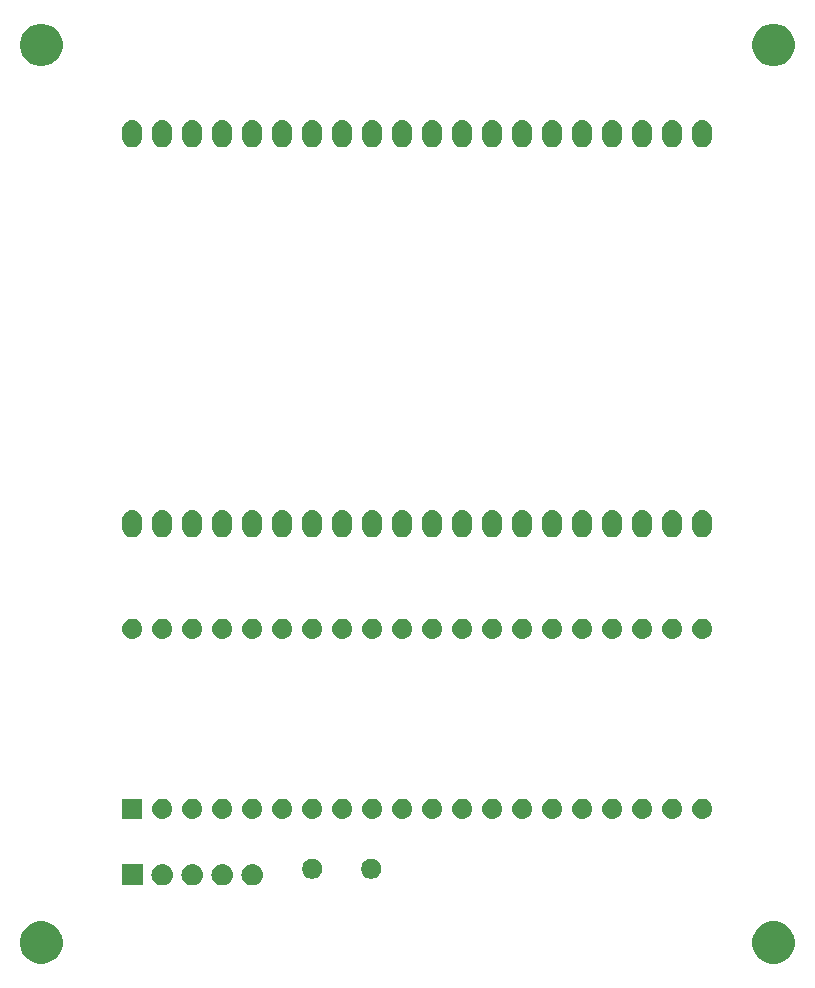
<source format=gbr>
G04 #@! TF.GenerationSoftware,KiCad,Pcbnew,5.0.2+dfsg1-1*
G04 #@! TF.CreationDate,2020-05-10T19:58:41+00:00*
G04 #@! TF.ProjectId,lcd_breakout,6c63645f-6272-4656-916b-6f75742e6b69,v1.0*
G04 #@! TF.SameCoordinates,Original*
G04 #@! TF.FileFunction,Soldermask,Top*
G04 #@! TF.FilePolarity,Negative*
%FSLAX46Y46*%
G04 Gerber Fmt 4.6, Leading zero omitted, Abs format (unit mm)*
G04 Created by KiCad (PCBNEW 5.0.2+dfsg1-1) date Sun May 10 19:58:41 2020*
%MOMM*%
%LPD*%
G01*
G04 APERTURE LIST*
%ADD10C,0.100000*%
G04 APERTURE END LIST*
D10*
G36*
X162525331Y-131268211D02*
X162853092Y-131403974D01*
X163148073Y-131601074D01*
X163398926Y-131851927D01*
X163596026Y-132146908D01*
X163731789Y-132474669D01*
X163801000Y-132822616D01*
X163801000Y-133177384D01*
X163731789Y-133525331D01*
X163596026Y-133853092D01*
X163398926Y-134148073D01*
X163148073Y-134398926D01*
X162853092Y-134596026D01*
X162525331Y-134731789D01*
X162177384Y-134801000D01*
X161822616Y-134801000D01*
X161474669Y-134731789D01*
X161146908Y-134596026D01*
X160851927Y-134398926D01*
X160601074Y-134148073D01*
X160403974Y-133853092D01*
X160268211Y-133525331D01*
X160199000Y-133177384D01*
X160199000Y-132822616D01*
X160268211Y-132474669D01*
X160403974Y-132146908D01*
X160601074Y-131851927D01*
X160851927Y-131601074D01*
X161146908Y-131403974D01*
X161474669Y-131268211D01*
X161822616Y-131199000D01*
X162177384Y-131199000D01*
X162525331Y-131268211D01*
X162525331Y-131268211D01*
G37*
G36*
X100525331Y-131268211D02*
X100853092Y-131403974D01*
X101148073Y-131601074D01*
X101398926Y-131851927D01*
X101596026Y-132146908D01*
X101731789Y-132474669D01*
X101801000Y-132822616D01*
X101801000Y-133177384D01*
X101731789Y-133525331D01*
X101596026Y-133853092D01*
X101398926Y-134148073D01*
X101148073Y-134398926D01*
X100853092Y-134596026D01*
X100525331Y-134731789D01*
X100177384Y-134801000D01*
X99822616Y-134801000D01*
X99474669Y-134731789D01*
X99146908Y-134596026D01*
X98851927Y-134398926D01*
X98601074Y-134148073D01*
X98403974Y-133853092D01*
X98268211Y-133525331D01*
X98199000Y-133177384D01*
X98199000Y-132822616D01*
X98268211Y-132474669D01*
X98403974Y-132146908D01*
X98601074Y-131851927D01*
X98851927Y-131601074D01*
X99146908Y-131403974D01*
X99474669Y-131268211D01*
X99822616Y-131199000D01*
X100177384Y-131199000D01*
X100525331Y-131268211D01*
X100525331Y-131268211D01*
G37*
G36*
X115426443Y-126359519D02*
X115492627Y-126366037D01*
X115605853Y-126400384D01*
X115662467Y-126417557D01*
X115801087Y-126491652D01*
X115818991Y-126501222D01*
X115854729Y-126530552D01*
X115956186Y-126613814D01*
X116039448Y-126715271D01*
X116068778Y-126751009D01*
X116068779Y-126751011D01*
X116152443Y-126907533D01*
X116152443Y-126907534D01*
X116203963Y-127077373D01*
X116221359Y-127254000D01*
X116203963Y-127430627D01*
X116182874Y-127500147D01*
X116152443Y-127600467D01*
X116078348Y-127739087D01*
X116068778Y-127756991D01*
X116039448Y-127792729D01*
X115956186Y-127894186D01*
X115854729Y-127977448D01*
X115818991Y-128006778D01*
X115818989Y-128006779D01*
X115662467Y-128090443D01*
X115605853Y-128107616D01*
X115492627Y-128141963D01*
X115426443Y-128148481D01*
X115360260Y-128155000D01*
X115271740Y-128155000D01*
X115205557Y-128148481D01*
X115139373Y-128141963D01*
X115026147Y-128107616D01*
X114969533Y-128090443D01*
X114813011Y-128006779D01*
X114813009Y-128006778D01*
X114777271Y-127977448D01*
X114675814Y-127894186D01*
X114592552Y-127792729D01*
X114563222Y-127756991D01*
X114553652Y-127739087D01*
X114479557Y-127600467D01*
X114449126Y-127500147D01*
X114428037Y-127430627D01*
X114410641Y-127254000D01*
X114428037Y-127077373D01*
X114479557Y-126907534D01*
X114479557Y-126907533D01*
X114563221Y-126751011D01*
X114563222Y-126751009D01*
X114592552Y-126715271D01*
X114675814Y-126613814D01*
X114777271Y-126530552D01*
X114813009Y-126501222D01*
X114830913Y-126491652D01*
X114969533Y-126417557D01*
X115026147Y-126400384D01*
X115139373Y-126366037D01*
X115205557Y-126359519D01*
X115271740Y-126353000D01*
X115360260Y-126353000D01*
X115426443Y-126359519D01*
X115426443Y-126359519D01*
G37*
G36*
X112886443Y-126359519D02*
X112952627Y-126366037D01*
X113065853Y-126400384D01*
X113122467Y-126417557D01*
X113261087Y-126491652D01*
X113278991Y-126501222D01*
X113314729Y-126530552D01*
X113416186Y-126613814D01*
X113499448Y-126715271D01*
X113528778Y-126751009D01*
X113528779Y-126751011D01*
X113612443Y-126907533D01*
X113612443Y-126907534D01*
X113663963Y-127077373D01*
X113681359Y-127254000D01*
X113663963Y-127430627D01*
X113642874Y-127500147D01*
X113612443Y-127600467D01*
X113538348Y-127739087D01*
X113528778Y-127756991D01*
X113499448Y-127792729D01*
X113416186Y-127894186D01*
X113314729Y-127977448D01*
X113278991Y-128006778D01*
X113278989Y-128006779D01*
X113122467Y-128090443D01*
X113065853Y-128107616D01*
X112952627Y-128141963D01*
X112886443Y-128148481D01*
X112820260Y-128155000D01*
X112731740Y-128155000D01*
X112665557Y-128148481D01*
X112599373Y-128141963D01*
X112486147Y-128107616D01*
X112429533Y-128090443D01*
X112273011Y-128006779D01*
X112273009Y-128006778D01*
X112237271Y-127977448D01*
X112135814Y-127894186D01*
X112052552Y-127792729D01*
X112023222Y-127756991D01*
X112013652Y-127739087D01*
X111939557Y-127600467D01*
X111909126Y-127500147D01*
X111888037Y-127430627D01*
X111870641Y-127254000D01*
X111888037Y-127077373D01*
X111939557Y-126907534D01*
X111939557Y-126907533D01*
X112023221Y-126751011D01*
X112023222Y-126751009D01*
X112052552Y-126715271D01*
X112135814Y-126613814D01*
X112237271Y-126530552D01*
X112273009Y-126501222D01*
X112290913Y-126491652D01*
X112429533Y-126417557D01*
X112486147Y-126400384D01*
X112599373Y-126366037D01*
X112665557Y-126359519D01*
X112731740Y-126353000D01*
X112820260Y-126353000D01*
X112886443Y-126359519D01*
X112886443Y-126359519D01*
G37*
G36*
X110346443Y-126359519D02*
X110412627Y-126366037D01*
X110525853Y-126400384D01*
X110582467Y-126417557D01*
X110721087Y-126491652D01*
X110738991Y-126501222D01*
X110774729Y-126530552D01*
X110876186Y-126613814D01*
X110959448Y-126715271D01*
X110988778Y-126751009D01*
X110988779Y-126751011D01*
X111072443Y-126907533D01*
X111072443Y-126907534D01*
X111123963Y-127077373D01*
X111141359Y-127254000D01*
X111123963Y-127430627D01*
X111102874Y-127500147D01*
X111072443Y-127600467D01*
X110998348Y-127739087D01*
X110988778Y-127756991D01*
X110959448Y-127792729D01*
X110876186Y-127894186D01*
X110774729Y-127977448D01*
X110738991Y-128006778D01*
X110738989Y-128006779D01*
X110582467Y-128090443D01*
X110525853Y-128107616D01*
X110412627Y-128141963D01*
X110346443Y-128148481D01*
X110280260Y-128155000D01*
X110191740Y-128155000D01*
X110125557Y-128148481D01*
X110059373Y-128141963D01*
X109946147Y-128107616D01*
X109889533Y-128090443D01*
X109733011Y-128006779D01*
X109733009Y-128006778D01*
X109697271Y-127977448D01*
X109595814Y-127894186D01*
X109512552Y-127792729D01*
X109483222Y-127756991D01*
X109473652Y-127739087D01*
X109399557Y-127600467D01*
X109369126Y-127500147D01*
X109348037Y-127430627D01*
X109330641Y-127254000D01*
X109348037Y-127077373D01*
X109399557Y-126907534D01*
X109399557Y-126907533D01*
X109483221Y-126751011D01*
X109483222Y-126751009D01*
X109512552Y-126715271D01*
X109595814Y-126613814D01*
X109697271Y-126530552D01*
X109733009Y-126501222D01*
X109750913Y-126491652D01*
X109889533Y-126417557D01*
X109946147Y-126400384D01*
X110059373Y-126366037D01*
X110125557Y-126359519D01*
X110191740Y-126353000D01*
X110280260Y-126353000D01*
X110346443Y-126359519D01*
X110346443Y-126359519D01*
G37*
G36*
X108597000Y-128155000D02*
X106795000Y-128155000D01*
X106795000Y-126353000D01*
X108597000Y-126353000D01*
X108597000Y-128155000D01*
X108597000Y-128155000D01*
G37*
G36*
X117966443Y-126359519D02*
X118032627Y-126366037D01*
X118145853Y-126400384D01*
X118202467Y-126417557D01*
X118341087Y-126491652D01*
X118358991Y-126501222D01*
X118394729Y-126530552D01*
X118496186Y-126613814D01*
X118579448Y-126715271D01*
X118608778Y-126751009D01*
X118608779Y-126751011D01*
X118692443Y-126907533D01*
X118692443Y-126907534D01*
X118743963Y-127077373D01*
X118761359Y-127254000D01*
X118743963Y-127430627D01*
X118722874Y-127500147D01*
X118692443Y-127600467D01*
X118618348Y-127739087D01*
X118608778Y-127756991D01*
X118579448Y-127792729D01*
X118496186Y-127894186D01*
X118394729Y-127977448D01*
X118358991Y-128006778D01*
X118358989Y-128006779D01*
X118202467Y-128090443D01*
X118145853Y-128107616D01*
X118032627Y-128141963D01*
X117966443Y-128148481D01*
X117900260Y-128155000D01*
X117811740Y-128155000D01*
X117745557Y-128148481D01*
X117679373Y-128141963D01*
X117566147Y-128107616D01*
X117509533Y-128090443D01*
X117353011Y-128006779D01*
X117353009Y-128006778D01*
X117317271Y-127977448D01*
X117215814Y-127894186D01*
X117132552Y-127792729D01*
X117103222Y-127756991D01*
X117093652Y-127739087D01*
X117019557Y-127600467D01*
X116989126Y-127500147D01*
X116968037Y-127430627D01*
X116950641Y-127254000D01*
X116968037Y-127077373D01*
X117019557Y-126907534D01*
X117019557Y-126907533D01*
X117103221Y-126751011D01*
X117103222Y-126751009D01*
X117132552Y-126715271D01*
X117215814Y-126613814D01*
X117317271Y-126530552D01*
X117353009Y-126501222D01*
X117370913Y-126491652D01*
X117509533Y-126417557D01*
X117566147Y-126400384D01*
X117679373Y-126366037D01*
X117745557Y-126359519D01*
X117811740Y-126353000D01*
X117900260Y-126353000D01*
X117966443Y-126359519D01*
X117966443Y-126359519D01*
G37*
G36*
X128184228Y-125927703D02*
X128339100Y-125991853D01*
X128478481Y-126084985D01*
X128597015Y-126203519D01*
X128690147Y-126342900D01*
X128754297Y-126497772D01*
X128787000Y-126662184D01*
X128787000Y-126829816D01*
X128754297Y-126994228D01*
X128690147Y-127149100D01*
X128597015Y-127288481D01*
X128478481Y-127407015D01*
X128339100Y-127500147D01*
X128184228Y-127564297D01*
X128019816Y-127597000D01*
X127852184Y-127597000D01*
X127687772Y-127564297D01*
X127532900Y-127500147D01*
X127393519Y-127407015D01*
X127274985Y-127288481D01*
X127181853Y-127149100D01*
X127117703Y-126994228D01*
X127085000Y-126829816D01*
X127085000Y-126662184D01*
X127117703Y-126497772D01*
X127181853Y-126342900D01*
X127274985Y-126203519D01*
X127393519Y-126084985D01*
X127532900Y-125991853D01*
X127687772Y-125927703D01*
X127852184Y-125895000D01*
X128019816Y-125895000D01*
X128184228Y-125927703D01*
X128184228Y-125927703D01*
G37*
G36*
X123184228Y-125927703D02*
X123339100Y-125991853D01*
X123478481Y-126084985D01*
X123597015Y-126203519D01*
X123690147Y-126342900D01*
X123754297Y-126497772D01*
X123787000Y-126662184D01*
X123787000Y-126829816D01*
X123754297Y-126994228D01*
X123690147Y-127149100D01*
X123597015Y-127288481D01*
X123478481Y-127407015D01*
X123339100Y-127500147D01*
X123184228Y-127564297D01*
X123019816Y-127597000D01*
X122852184Y-127597000D01*
X122687772Y-127564297D01*
X122532900Y-127500147D01*
X122393519Y-127407015D01*
X122274985Y-127288481D01*
X122181853Y-127149100D01*
X122117703Y-126994228D01*
X122085000Y-126829816D01*
X122085000Y-126662184D01*
X122117703Y-126497772D01*
X122181853Y-126342900D01*
X122274985Y-126203519D01*
X122393519Y-126084985D01*
X122532900Y-125991853D01*
X122687772Y-125927703D01*
X122852184Y-125895000D01*
X123019816Y-125895000D01*
X123184228Y-125927703D01*
X123184228Y-125927703D01*
G37*
G36*
X128182821Y-120827313D02*
X128182824Y-120827314D01*
X128182825Y-120827314D01*
X128343239Y-120875975D01*
X128343241Y-120875976D01*
X128343244Y-120875977D01*
X128491078Y-120954995D01*
X128620659Y-121061341D01*
X128727005Y-121190922D01*
X128806023Y-121338756D01*
X128854687Y-121499179D01*
X128871117Y-121666000D01*
X128854687Y-121832821D01*
X128806023Y-121993244D01*
X128727005Y-122141078D01*
X128620659Y-122270659D01*
X128491078Y-122377005D01*
X128343244Y-122456023D01*
X128343241Y-122456024D01*
X128343239Y-122456025D01*
X128182825Y-122504686D01*
X128182824Y-122504686D01*
X128182821Y-122504687D01*
X128057804Y-122517000D01*
X127974196Y-122517000D01*
X127849179Y-122504687D01*
X127849176Y-122504686D01*
X127849175Y-122504686D01*
X127688761Y-122456025D01*
X127688759Y-122456024D01*
X127688756Y-122456023D01*
X127540922Y-122377005D01*
X127411341Y-122270659D01*
X127304995Y-122141078D01*
X127225977Y-121993244D01*
X127177313Y-121832821D01*
X127160883Y-121666000D01*
X127177313Y-121499179D01*
X127225977Y-121338756D01*
X127304995Y-121190922D01*
X127411341Y-121061341D01*
X127540922Y-120954995D01*
X127688756Y-120875977D01*
X127688759Y-120875976D01*
X127688761Y-120875975D01*
X127849175Y-120827314D01*
X127849176Y-120827314D01*
X127849179Y-120827313D01*
X127974196Y-120815000D01*
X128057804Y-120815000D01*
X128182821Y-120827313D01*
X128182821Y-120827313D01*
G37*
G36*
X130722821Y-120827313D02*
X130722824Y-120827314D01*
X130722825Y-120827314D01*
X130883239Y-120875975D01*
X130883241Y-120875976D01*
X130883244Y-120875977D01*
X131031078Y-120954995D01*
X131160659Y-121061341D01*
X131267005Y-121190922D01*
X131346023Y-121338756D01*
X131394687Y-121499179D01*
X131411117Y-121666000D01*
X131394687Y-121832821D01*
X131346023Y-121993244D01*
X131267005Y-122141078D01*
X131160659Y-122270659D01*
X131031078Y-122377005D01*
X130883244Y-122456023D01*
X130883241Y-122456024D01*
X130883239Y-122456025D01*
X130722825Y-122504686D01*
X130722824Y-122504686D01*
X130722821Y-122504687D01*
X130597804Y-122517000D01*
X130514196Y-122517000D01*
X130389179Y-122504687D01*
X130389176Y-122504686D01*
X130389175Y-122504686D01*
X130228761Y-122456025D01*
X130228759Y-122456024D01*
X130228756Y-122456023D01*
X130080922Y-122377005D01*
X129951341Y-122270659D01*
X129844995Y-122141078D01*
X129765977Y-121993244D01*
X129717313Y-121832821D01*
X129700883Y-121666000D01*
X129717313Y-121499179D01*
X129765977Y-121338756D01*
X129844995Y-121190922D01*
X129951341Y-121061341D01*
X130080922Y-120954995D01*
X130228756Y-120875977D01*
X130228759Y-120875976D01*
X130228761Y-120875975D01*
X130389175Y-120827314D01*
X130389176Y-120827314D01*
X130389179Y-120827313D01*
X130514196Y-120815000D01*
X130597804Y-120815000D01*
X130722821Y-120827313D01*
X130722821Y-120827313D01*
G37*
G36*
X133262821Y-120827313D02*
X133262824Y-120827314D01*
X133262825Y-120827314D01*
X133423239Y-120875975D01*
X133423241Y-120875976D01*
X133423244Y-120875977D01*
X133571078Y-120954995D01*
X133700659Y-121061341D01*
X133807005Y-121190922D01*
X133886023Y-121338756D01*
X133934687Y-121499179D01*
X133951117Y-121666000D01*
X133934687Y-121832821D01*
X133886023Y-121993244D01*
X133807005Y-122141078D01*
X133700659Y-122270659D01*
X133571078Y-122377005D01*
X133423244Y-122456023D01*
X133423241Y-122456024D01*
X133423239Y-122456025D01*
X133262825Y-122504686D01*
X133262824Y-122504686D01*
X133262821Y-122504687D01*
X133137804Y-122517000D01*
X133054196Y-122517000D01*
X132929179Y-122504687D01*
X132929176Y-122504686D01*
X132929175Y-122504686D01*
X132768761Y-122456025D01*
X132768759Y-122456024D01*
X132768756Y-122456023D01*
X132620922Y-122377005D01*
X132491341Y-122270659D01*
X132384995Y-122141078D01*
X132305977Y-121993244D01*
X132257313Y-121832821D01*
X132240883Y-121666000D01*
X132257313Y-121499179D01*
X132305977Y-121338756D01*
X132384995Y-121190922D01*
X132491341Y-121061341D01*
X132620922Y-120954995D01*
X132768756Y-120875977D01*
X132768759Y-120875976D01*
X132768761Y-120875975D01*
X132929175Y-120827314D01*
X132929176Y-120827314D01*
X132929179Y-120827313D01*
X133054196Y-120815000D01*
X133137804Y-120815000D01*
X133262821Y-120827313D01*
X133262821Y-120827313D01*
G37*
G36*
X138342821Y-120827313D02*
X138342824Y-120827314D01*
X138342825Y-120827314D01*
X138503239Y-120875975D01*
X138503241Y-120875976D01*
X138503244Y-120875977D01*
X138651078Y-120954995D01*
X138780659Y-121061341D01*
X138887005Y-121190922D01*
X138966023Y-121338756D01*
X139014687Y-121499179D01*
X139031117Y-121666000D01*
X139014687Y-121832821D01*
X138966023Y-121993244D01*
X138887005Y-122141078D01*
X138780659Y-122270659D01*
X138651078Y-122377005D01*
X138503244Y-122456023D01*
X138503241Y-122456024D01*
X138503239Y-122456025D01*
X138342825Y-122504686D01*
X138342824Y-122504686D01*
X138342821Y-122504687D01*
X138217804Y-122517000D01*
X138134196Y-122517000D01*
X138009179Y-122504687D01*
X138009176Y-122504686D01*
X138009175Y-122504686D01*
X137848761Y-122456025D01*
X137848759Y-122456024D01*
X137848756Y-122456023D01*
X137700922Y-122377005D01*
X137571341Y-122270659D01*
X137464995Y-122141078D01*
X137385977Y-121993244D01*
X137337313Y-121832821D01*
X137320883Y-121666000D01*
X137337313Y-121499179D01*
X137385977Y-121338756D01*
X137464995Y-121190922D01*
X137571341Y-121061341D01*
X137700922Y-120954995D01*
X137848756Y-120875977D01*
X137848759Y-120875976D01*
X137848761Y-120875975D01*
X138009175Y-120827314D01*
X138009176Y-120827314D01*
X138009179Y-120827313D01*
X138134196Y-120815000D01*
X138217804Y-120815000D01*
X138342821Y-120827313D01*
X138342821Y-120827313D01*
G37*
G36*
X145962821Y-120827313D02*
X145962824Y-120827314D01*
X145962825Y-120827314D01*
X146123239Y-120875975D01*
X146123241Y-120875976D01*
X146123244Y-120875977D01*
X146271078Y-120954995D01*
X146400659Y-121061341D01*
X146507005Y-121190922D01*
X146586023Y-121338756D01*
X146634687Y-121499179D01*
X146651117Y-121666000D01*
X146634687Y-121832821D01*
X146586023Y-121993244D01*
X146507005Y-122141078D01*
X146400659Y-122270659D01*
X146271078Y-122377005D01*
X146123244Y-122456023D01*
X146123241Y-122456024D01*
X146123239Y-122456025D01*
X145962825Y-122504686D01*
X145962824Y-122504686D01*
X145962821Y-122504687D01*
X145837804Y-122517000D01*
X145754196Y-122517000D01*
X145629179Y-122504687D01*
X145629176Y-122504686D01*
X145629175Y-122504686D01*
X145468761Y-122456025D01*
X145468759Y-122456024D01*
X145468756Y-122456023D01*
X145320922Y-122377005D01*
X145191341Y-122270659D01*
X145084995Y-122141078D01*
X145005977Y-121993244D01*
X144957313Y-121832821D01*
X144940883Y-121666000D01*
X144957313Y-121499179D01*
X145005977Y-121338756D01*
X145084995Y-121190922D01*
X145191341Y-121061341D01*
X145320922Y-120954995D01*
X145468756Y-120875977D01*
X145468759Y-120875976D01*
X145468761Y-120875975D01*
X145629175Y-120827314D01*
X145629176Y-120827314D01*
X145629179Y-120827313D01*
X145754196Y-120815000D01*
X145837804Y-120815000D01*
X145962821Y-120827313D01*
X145962821Y-120827313D01*
G37*
G36*
X148502821Y-120827313D02*
X148502824Y-120827314D01*
X148502825Y-120827314D01*
X148663239Y-120875975D01*
X148663241Y-120875976D01*
X148663244Y-120875977D01*
X148811078Y-120954995D01*
X148940659Y-121061341D01*
X149047005Y-121190922D01*
X149126023Y-121338756D01*
X149174687Y-121499179D01*
X149191117Y-121666000D01*
X149174687Y-121832821D01*
X149126023Y-121993244D01*
X149047005Y-122141078D01*
X148940659Y-122270659D01*
X148811078Y-122377005D01*
X148663244Y-122456023D01*
X148663241Y-122456024D01*
X148663239Y-122456025D01*
X148502825Y-122504686D01*
X148502824Y-122504686D01*
X148502821Y-122504687D01*
X148377804Y-122517000D01*
X148294196Y-122517000D01*
X148169179Y-122504687D01*
X148169176Y-122504686D01*
X148169175Y-122504686D01*
X148008761Y-122456025D01*
X148008759Y-122456024D01*
X148008756Y-122456023D01*
X147860922Y-122377005D01*
X147731341Y-122270659D01*
X147624995Y-122141078D01*
X147545977Y-121993244D01*
X147497313Y-121832821D01*
X147480883Y-121666000D01*
X147497313Y-121499179D01*
X147545977Y-121338756D01*
X147624995Y-121190922D01*
X147731341Y-121061341D01*
X147860922Y-120954995D01*
X148008756Y-120875977D01*
X148008759Y-120875976D01*
X148008761Y-120875975D01*
X148169175Y-120827314D01*
X148169176Y-120827314D01*
X148169179Y-120827313D01*
X148294196Y-120815000D01*
X148377804Y-120815000D01*
X148502821Y-120827313D01*
X148502821Y-120827313D01*
G37*
G36*
X151042821Y-120827313D02*
X151042824Y-120827314D01*
X151042825Y-120827314D01*
X151203239Y-120875975D01*
X151203241Y-120875976D01*
X151203244Y-120875977D01*
X151351078Y-120954995D01*
X151480659Y-121061341D01*
X151587005Y-121190922D01*
X151666023Y-121338756D01*
X151714687Y-121499179D01*
X151731117Y-121666000D01*
X151714687Y-121832821D01*
X151666023Y-121993244D01*
X151587005Y-122141078D01*
X151480659Y-122270659D01*
X151351078Y-122377005D01*
X151203244Y-122456023D01*
X151203241Y-122456024D01*
X151203239Y-122456025D01*
X151042825Y-122504686D01*
X151042824Y-122504686D01*
X151042821Y-122504687D01*
X150917804Y-122517000D01*
X150834196Y-122517000D01*
X150709179Y-122504687D01*
X150709176Y-122504686D01*
X150709175Y-122504686D01*
X150548761Y-122456025D01*
X150548759Y-122456024D01*
X150548756Y-122456023D01*
X150400922Y-122377005D01*
X150271341Y-122270659D01*
X150164995Y-122141078D01*
X150085977Y-121993244D01*
X150037313Y-121832821D01*
X150020883Y-121666000D01*
X150037313Y-121499179D01*
X150085977Y-121338756D01*
X150164995Y-121190922D01*
X150271341Y-121061341D01*
X150400922Y-120954995D01*
X150548756Y-120875977D01*
X150548759Y-120875976D01*
X150548761Y-120875975D01*
X150709175Y-120827314D01*
X150709176Y-120827314D01*
X150709179Y-120827313D01*
X150834196Y-120815000D01*
X150917804Y-120815000D01*
X151042821Y-120827313D01*
X151042821Y-120827313D01*
G37*
G36*
X153582821Y-120827313D02*
X153582824Y-120827314D01*
X153582825Y-120827314D01*
X153743239Y-120875975D01*
X153743241Y-120875976D01*
X153743244Y-120875977D01*
X153891078Y-120954995D01*
X154020659Y-121061341D01*
X154127005Y-121190922D01*
X154206023Y-121338756D01*
X154254687Y-121499179D01*
X154271117Y-121666000D01*
X154254687Y-121832821D01*
X154206023Y-121993244D01*
X154127005Y-122141078D01*
X154020659Y-122270659D01*
X153891078Y-122377005D01*
X153743244Y-122456023D01*
X153743241Y-122456024D01*
X153743239Y-122456025D01*
X153582825Y-122504686D01*
X153582824Y-122504686D01*
X153582821Y-122504687D01*
X153457804Y-122517000D01*
X153374196Y-122517000D01*
X153249179Y-122504687D01*
X153249176Y-122504686D01*
X153249175Y-122504686D01*
X153088761Y-122456025D01*
X153088759Y-122456024D01*
X153088756Y-122456023D01*
X152940922Y-122377005D01*
X152811341Y-122270659D01*
X152704995Y-122141078D01*
X152625977Y-121993244D01*
X152577313Y-121832821D01*
X152560883Y-121666000D01*
X152577313Y-121499179D01*
X152625977Y-121338756D01*
X152704995Y-121190922D01*
X152811341Y-121061341D01*
X152940922Y-120954995D01*
X153088756Y-120875977D01*
X153088759Y-120875976D01*
X153088761Y-120875975D01*
X153249175Y-120827314D01*
X153249176Y-120827314D01*
X153249179Y-120827313D01*
X153374196Y-120815000D01*
X153457804Y-120815000D01*
X153582821Y-120827313D01*
X153582821Y-120827313D01*
G37*
G36*
X156122821Y-120827313D02*
X156122824Y-120827314D01*
X156122825Y-120827314D01*
X156283239Y-120875975D01*
X156283241Y-120875976D01*
X156283244Y-120875977D01*
X156431078Y-120954995D01*
X156560659Y-121061341D01*
X156667005Y-121190922D01*
X156746023Y-121338756D01*
X156794687Y-121499179D01*
X156811117Y-121666000D01*
X156794687Y-121832821D01*
X156746023Y-121993244D01*
X156667005Y-122141078D01*
X156560659Y-122270659D01*
X156431078Y-122377005D01*
X156283244Y-122456023D01*
X156283241Y-122456024D01*
X156283239Y-122456025D01*
X156122825Y-122504686D01*
X156122824Y-122504686D01*
X156122821Y-122504687D01*
X155997804Y-122517000D01*
X155914196Y-122517000D01*
X155789179Y-122504687D01*
X155789176Y-122504686D01*
X155789175Y-122504686D01*
X155628761Y-122456025D01*
X155628759Y-122456024D01*
X155628756Y-122456023D01*
X155480922Y-122377005D01*
X155351341Y-122270659D01*
X155244995Y-122141078D01*
X155165977Y-121993244D01*
X155117313Y-121832821D01*
X155100883Y-121666000D01*
X155117313Y-121499179D01*
X155165977Y-121338756D01*
X155244995Y-121190922D01*
X155351341Y-121061341D01*
X155480922Y-120954995D01*
X155628756Y-120875977D01*
X155628759Y-120875976D01*
X155628761Y-120875975D01*
X155789175Y-120827314D01*
X155789176Y-120827314D01*
X155789179Y-120827313D01*
X155914196Y-120815000D01*
X155997804Y-120815000D01*
X156122821Y-120827313D01*
X156122821Y-120827313D01*
G37*
G36*
X125642821Y-120827313D02*
X125642824Y-120827314D01*
X125642825Y-120827314D01*
X125803239Y-120875975D01*
X125803241Y-120875976D01*
X125803244Y-120875977D01*
X125951078Y-120954995D01*
X126080659Y-121061341D01*
X126187005Y-121190922D01*
X126266023Y-121338756D01*
X126314687Y-121499179D01*
X126331117Y-121666000D01*
X126314687Y-121832821D01*
X126266023Y-121993244D01*
X126187005Y-122141078D01*
X126080659Y-122270659D01*
X125951078Y-122377005D01*
X125803244Y-122456023D01*
X125803241Y-122456024D01*
X125803239Y-122456025D01*
X125642825Y-122504686D01*
X125642824Y-122504686D01*
X125642821Y-122504687D01*
X125517804Y-122517000D01*
X125434196Y-122517000D01*
X125309179Y-122504687D01*
X125309176Y-122504686D01*
X125309175Y-122504686D01*
X125148761Y-122456025D01*
X125148759Y-122456024D01*
X125148756Y-122456023D01*
X125000922Y-122377005D01*
X124871341Y-122270659D01*
X124764995Y-122141078D01*
X124685977Y-121993244D01*
X124637313Y-121832821D01*
X124620883Y-121666000D01*
X124637313Y-121499179D01*
X124685977Y-121338756D01*
X124764995Y-121190922D01*
X124871341Y-121061341D01*
X125000922Y-120954995D01*
X125148756Y-120875977D01*
X125148759Y-120875976D01*
X125148761Y-120875975D01*
X125309175Y-120827314D01*
X125309176Y-120827314D01*
X125309179Y-120827313D01*
X125434196Y-120815000D01*
X125517804Y-120815000D01*
X125642821Y-120827313D01*
X125642821Y-120827313D01*
G37*
G36*
X123102821Y-120827313D02*
X123102824Y-120827314D01*
X123102825Y-120827314D01*
X123263239Y-120875975D01*
X123263241Y-120875976D01*
X123263244Y-120875977D01*
X123411078Y-120954995D01*
X123540659Y-121061341D01*
X123647005Y-121190922D01*
X123726023Y-121338756D01*
X123774687Y-121499179D01*
X123791117Y-121666000D01*
X123774687Y-121832821D01*
X123726023Y-121993244D01*
X123647005Y-122141078D01*
X123540659Y-122270659D01*
X123411078Y-122377005D01*
X123263244Y-122456023D01*
X123263241Y-122456024D01*
X123263239Y-122456025D01*
X123102825Y-122504686D01*
X123102824Y-122504686D01*
X123102821Y-122504687D01*
X122977804Y-122517000D01*
X122894196Y-122517000D01*
X122769179Y-122504687D01*
X122769176Y-122504686D01*
X122769175Y-122504686D01*
X122608761Y-122456025D01*
X122608759Y-122456024D01*
X122608756Y-122456023D01*
X122460922Y-122377005D01*
X122331341Y-122270659D01*
X122224995Y-122141078D01*
X122145977Y-121993244D01*
X122097313Y-121832821D01*
X122080883Y-121666000D01*
X122097313Y-121499179D01*
X122145977Y-121338756D01*
X122224995Y-121190922D01*
X122331341Y-121061341D01*
X122460922Y-120954995D01*
X122608756Y-120875977D01*
X122608759Y-120875976D01*
X122608761Y-120875975D01*
X122769175Y-120827314D01*
X122769176Y-120827314D01*
X122769179Y-120827313D01*
X122894196Y-120815000D01*
X122977804Y-120815000D01*
X123102821Y-120827313D01*
X123102821Y-120827313D01*
G37*
G36*
X120562821Y-120827313D02*
X120562824Y-120827314D01*
X120562825Y-120827314D01*
X120723239Y-120875975D01*
X120723241Y-120875976D01*
X120723244Y-120875977D01*
X120871078Y-120954995D01*
X121000659Y-121061341D01*
X121107005Y-121190922D01*
X121186023Y-121338756D01*
X121234687Y-121499179D01*
X121251117Y-121666000D01*
X121234687Y-121832821D01*
X121186023Y-121993244D01*
X121107005Y-122141078D01*
X121000659Y-122270659D01*
X120871078Y-122377005D01*
X120723244Y-122456023D01*
X120723241Y-122456024D01*
X120723239Y-122456025D01*
X120562825Y-122504686D01*
X120562824Y-122504686D01*
X120562821Y-122504687D01*
X120437804Y-122517000D01*
X120354196Y-122517000D01*
X120229179Y-122504687D01*
X120229176Y-122504686D01*
X120229175Y-122504686D01*
X120068761Y-122456025D01*
X120068759Y-122456024D01*
X120068756Y-122456023D01*
X119920922Y-122377005D01*
X119791341Y-122270659D01*
X119684995Y-122141078D01*
X119605977Y-121993244D01*
X119557313Y-121832821D01*
X119540883Y-121666000D01*
X119557313Y-121499179D01*
X119605977Y-121338756D01*
X119684995Y-121190922D01*
X119791341Y-121061341D01*
X119920922Y-120954995D01*
X120068756Y-120875977D01*
X120068759Y-120875976D01*
X120068761Y-120875975D01*
X120229175Y-120827314D01*
X120229176Y-120827314D01*
X120229179Y-120827313D01*
X120354196Y-120815000D01*
X120437804Y-120815000D01*
X120562821Y-120827313D01*
X120562821Y-120827313D01*
G37*
G36*
X118022821Y-120827313D02*
X118022824Y-120827314D01*
X118022825Y-120827314D01*
X118183239Y-120875975D01*
X118183241Y-120875976D01*
X118183244Y-120875977D01*
X118331078Y-120954995D01*
X118460659Y-121061341D01*
X118567005Y-121190922D01*
X118646023Y-121338756D01*
X118694687Y-121499179D01*
X118711117Y-121666000D01*
X118694687Y-121832821D01*
X118646023Y-121993244D01*
X118567005Y-122141078D01*
X118460659Y-122270659D01*
X118331078Y-122377005D01*
X118183244Y-122456023D01*
X118183241Y-122456024D01*
X118183239Y-122456025D01*
X118022825Y-122504686D01*
X118022824Y-122504686D01*
X118022821Y-122504687D01*
X117897804Y-122517000D01*
X117814196Y-122517000D01*
X117689179Y-122504687D01*
X117689176Y-122504686D01*
X117689175Y-122504686D01*
X117528761Y-122456025D01*
X117528759Y-122456024D01*
X117528756Y-122456023D01*
X117380922Y-122377005D01*
X117251341Y-122270659D01*
X117144995Y-122141078D01*
X117065977Y-121993244D01*
X117017313Y-121832821D01*
X117000883Y-121666000D01*
X117017313Y-121499179D01*
X117065977Y-121338756D01*
X117144995Y-121190922D01*
X117251341Y-121061341D01*
X117380922Y-120954995D01*
X117528756Y-120875977D01*
X117528759Y-120875976D01*
X117528761Y-120875975D01*
X117689175Y-120827314D01*
X117689176Y-120827314D01*
X117689179Y-120827313D01*
X117814196Y-120815000D01*
X117897804Y-120815000D01*
X118022821Y-120827313D01*
X118022821Y-120827313D01*
G37*
G36*
X115482821Y-120827313D02*
X115482824Y-120827314D01*
X115482825Y-120827314D01*
X115643239Y-120875975D01*
X115643241Y-120875976D01*
X115643244Y-120875977D01*
X115791078Y-120954995D01*
X115920659Y-121061341D01*
X116027005Y-121190922D01*
X116106023Y-121338756D01*
X116154687Y-121499179D01*
X116171117Y-121666000D01*
X116154687Y-121832821D01*
X116106023Y-121993244D01*
X116027005Y-122141078D01*
X115920659Y-122270659D01*
X115791078Y-122377005D01*
X115643244Y-122456023D01*
X115643241Y-122456024D01*
X115643239Y-122456025D01*
X115482825Y-122504686D01*
X115482824Y-122504686D01*
X115482821Y-122504687D01*
X115357804Y-122517000D01*
X115274196Y-122517000D01*
X115149179Y-122504687D01*
X115149176Y-122504686D01*
X115149175Y-122504686D01*
X114988761Y-122456025D01*
X114988759Y-122456024D01*
X114988756Y-122456023D01*
X114840922Y-122377005D01*
X114711341Y-122270659D01*
X114604995Y-122141078D01*
X114525977Y-121993244D01*
X114477313Y-121832821D01*
X114460883Y-121666000D01*
X114477313Y-121499179D01*
X114525977Y-121338756D01*
X114604995Y-121190922D01*
X114711341Y-121061341D01*
X114840922Y-120954995D01*
X114988756Y-120875977D01*
X114988759Y-120875976D01*
X114988761Y-120875975D01*
X115149175Y-120827314D01*
X115149176Y-120827314D01*
X115149179Y-120827313D01*
X115274196Y-120815000D01*
X115357804Y-120815000D01*
X115482821Y-120827313D01*
X115482821Y-120827313D01*
G37*
G36*
X112942821Y-120827313D02*
X112942824Y-120827314D01*
X112942825Y-120827314D01*
X113103239Y-120875975D01*
X113103241Y-120875976D01*
X113103244Y-120875977D01*
X113251078Y-120954995D01*
X113380659Y-121061341D01*
X113487005Y-121190922D01*
X113566023Y-121338756D01*
X113614687Y-121499179D01*
X113631117Y-121666000D01*
X113614687Y-121832821D01*
X113566023Y-121993244D01*
X113487005Y-122141078D01*
X113380659Y-122270659D01*
X113251078Y-122377005D01*
X113103244Y-122456023D01*
X113103241Y-122456024D01*
X113103239Y-122456025D01*
X112942825Y-122504686D01*
X112942824Y-122504686D01*
X112942821Y-122504687D01*
X112817804Y-122517000D01*
X112734196Y-122517000D01*
X112609179Y-122504687D01*
X112609176Y-122504686D01*
X112609175Y-122504686D01*
X112448761Y-122456025D01*
X112448759Y-122456024D01*
X112448756Y-122456023D01*
X112300922Y-122377005D01*
X112171341Y-122270659D01*
X112064995Y-122141078D01*
X111985977Y-121993244D01*
X111937313Y-121832821D01*
X111920883Y-121666000D01*
X111937313Y-121499179D01*
X111985977Y-121338756D01*
X112064995Y-121190922D01*
X112171341Y-121061341D01*
X112300922Y-120954995D01*
X112448756Y-120875977D01*
X112448759Y-120875976D01*
X112448761Y-120875975D01*
X112609175Y-120827314D01*
X112609176Y-120827314D01*
X112609179Y-120827313D01*
X112734196Y-120815000D01*
X112817804Y-120815000D01*
X112942821Y-120827313D01*
X112942821Y-120827313D01*
G37*
G36*
X110402821Y-120827313D02*
X110402824Y-120827314D01*
X110402825Y-120827314D01*
X110563239Y-120875975D01*
X110563241Y-120875976D01*
X110563244Y-120875977D01*
X110711078Y-120954995D01*
X110840659Y-121061341D01*
X110947005Y-121190922D01*
X111026023Y-121338756D01*
X111074687Y-121499179D01*
X111091117Y-121666000D01*
X111074687Y-121832821D01*
X111026023Y-121993244D01*
X110947005Y-122141078D01*
X110840659Y-122270659D01*
X110711078Y-122377005D01*
X110563244Y-122456023D01*
X110563241Y-122456024D01*
X110563239Y-122456025D01*
X110402825Y-122504686D01*
X110402824Y-122504686D01*
X110402821Y-122504687D01*
X110277804Y-122517000D01*
X110194196Y-122517000D01*
X110069179Y-122504687D01*
X110069176Y-122504686D01*
X110069175Y-122504686D01*
X109908761Y-122456025D01*
X109908759Y-122456024D01*
X109908756Y-122456023D01*
X109760922Y-122377005D01*
X109631341Y-122270659D01*
X109524995Y-122141078D01*
X109445977Y-121993244D01*
X109397313Y-121832821D01*
X109380883Y-121666000D01*
X109397313Y-121499179D01*
X109445977Y-121338756D01*
X109524995Y-121190922D01*
X109631341Y-121061341D01*
X109760922Y-120954995D01*
X109908756Y-120875977D01*
X109908759Y-120875976D01*
X109908761Y-120875975D01*
X110069175Y-120827314D01*
X110069176Y-120827314D01*
X110069179Y-120827313D01*
X110194196Y-120815000D01*
X110277804Y-120815000D01*
X110402821Y-120827313D01*
X110402821Y-120827313D01*
G37*
G36*
X108547000Y-122517000D02*
X106845000Y-122517000D01*
X106845000Y-120815000D01*
X108547000Y-120815000D01*
X108547000Y-122517000D01*
X108547000Y-122517000D01*
G37*
G36*
X143422821Y-120827313D02*
X143422824Y-120827314D01*
X143422825Y-120827314D01*
X143583239Y-120875975D01*
X143583241Y-120875976D01*
X143583244Y-120875977D01*
X143731078Y-120954995D01*
X143860659Y-121061341D01*
X143967005Y-121190922D01*
X144046023Y-121338756D01*
X144094687Y-121499179D01*
X144111117Y-121666000D01*
X144094687Y-121832821D01*
X144046023Y-121993244D01*
X143967005Y-122141078D01*
X143860659Y-122270659D01*
X143731078Y-122377005D01*
X143583244Y-122456023D01*
X143583241Y-122456024D01*
X143583239Y-122456025D01*
X143422825Y-122504686D01*
X143422824Y-122504686D01*
X143422821Y-122504687D01*
X143297804Y-122517000D01*
X143214196Y-122517000D01*
X143089179Y-122504687D01*
X143089176Y-122504686D01*
X143089175Y-122504686D01*
X142928761Y-122456025D01*
X142928759Y-122456024D01*
X142928756Y-122456023D01*
X142780922Y-122377005D01*
X142651341Y-122270659D01*
X142544995Y-122141078D01*
X142465977Y-121993244D01*
X142417313Y-121832821D01*
X142400883Y-121666000D01*
X142417313Y-121499179D01*
X142465977Y-121338756D01*
X142544995Y-121190922D01*
X142651341Y-121061341D01*
X142780922Y-120954995D01*
X142928756Y-120875977D01*
X142928759Y-120875976D01*
X142928761Y-120875975D01*
X143089175Y-120827314D01*
X143089176Y-120827314D01*
X143089179Y-120827313D01*
X143214196Y-120815000D01*
X143297804Y-120815000D01*
X143422821Y-120827313D01*
X143422821Y-120827313D01*
G37*
G36*
X135802821Y-120827313D02*
X135802824Y-120827314D01*
X135802825Y-120827314D01*
X135963239Y-120875975D01*
X135963241Y-120875976D01*
X135963244Y-120875977D01*
X136111078Y-120954995D01*
X136240659Y-121061341D01*
X136347005Y-121190922D01*
X136426023Y-121338756D01*
X136474687Y-121499179D01*
X136491117Y-121666000D01*
X136474687Y-121832821D01*
X136426023Y-121993244D01*
X136347005Y-122141078D01*
X136240659Y-122270659D01*
X136111078Y-122377005D01*
X135963244Y-122456023D01*
X135963241Y-122456024D01*
X135963239Y-122456025D01*
X135802825Y-122504686D01*
X135802824Y-122504686D01*
X135802821Y-122504687D01*
X135677804Y-122517000D01*
X135594196Y-122517000D01*
X135469179Y-122504687D01*
X135469176Y-122504686D01*
X135469175Y-122504686D01*
X135308761Y-122456025D01*
X135308759Y-122456024D01*
X135308756Y-122456023D01*
X135160922Y-122377005D01*
X135031341Y-122270659D01*
X134924995Y-122141078D01*
X134845977Y-121993244D01*
X134797313Y-121832821D01*
X134780883Y-121666000D01*
X134797313Y-121499179D01*
X134845977Y-121338756D01*
X134924995Y-121190922D01*
X135031341Y-121061341D01*
X135160922Y-120954995D01*
X135308756Y-120875977D01*
X135308759Y-120875976D01*
X135308761Y-120875975D01*
X135469175Y-120827314D01*
X135469176Y-120827314D01*
X135469179Y-120827313D01*
X135594196Y-120815000D01*
X135677804Y-120815000D01*
X135802821Y-120827313D01*
X135802821Y-120827313D01*
G37*
G36*
X140882821Y-120827313D02*
X140882824Y-120827314D01*
X140882825Y-120827314D01*
X141043239Y-120875975D01*
X141043241Y-120875976D01*
X141043244Y-120875977D01*
X141191078Y-120954995D01*
X141320659Y-121061341D01*
X141427005Y-121190922D01*
X141506023Y-121338756D01*
X141554687Y-121499179D01*
X141571117Y-121666000D01*
X141554687Y-121832821D01*
X141506023Y-121993244D01*
X141427005Y-122141078D01*
X141320659Y-122270659D01*
X141191078Y-122377005D01*
X141043244Y-122456023D01*
X141043241Y-122456024D01*
X141043239Y-122456025D01*
X140882825Y-122504686D01*
X140882824Y-122504686D01*
X140882821Y-122504687D01*
X140757804Y-122517000D01*
X140674196Y-122517000D01*
X140549179Y-122504687D01*
X140549176Y-122504686D01*
X140549175Y-122504686D01*
X140388761Y-122456025D01*
X140388759Y-122456024D01*
X140388756Y-122456023D01*
X140240922Y-122377005D01*
X140111341Y-122270659D01*
X140004995Y-122141078D01*
X139925977Y-121993244D01*
X139877313Y-121832821D01*
X139860883Y-121666000D01*
X139877313Y-121499179D01*
X139925977Y-121338756D01*
X140004995Y-121190922D01*
X140111341Y-121061341D01*
X140240922Y-120954995D01*
X140388756Y-120875977D01*
X140388759Y-120875976D01*
X140388761Y-120875975D01*
X140549175Y-120827314D01*
X140549176Y-120827314D01*
X140549179Y-120827313D01*
X140674196Y-120815000D01*
X140757804Y-120815000D01*
X140882821Y-120827313D01*
X140882821Y-120827313D01*
G37*
G36*
X120562821Y-105587313D02*
X120562824Y-105587314D01*
X120562825Y-105587314D01*
X120723239Y-105635975D01*
X120723241Y-105635976D01*
X120723244Y-105635977D01*
X120871078Y-105714995D01*
X121000659Y-105821341D01*
X121107005Y-105950922D01*
X121186023Y-106098756D01*
X121234687Y-106259179D01*
X121251117Y-106426000D01*
X121234687Y-106592821D01*
X121186023Y-106753244D01*
X121107005Y-106901078D01*
X121000659Y-107030659D01*
X120871078Y-107137005D01*
X120723244Y-107216023D01*
X120723241Y-107216024D01*
X120723239Y-107216025D01*
X120562825Y-107264686D01*
X120562824Y-107264686D01*
X120562821Y-107264687D01*
X120437804Y-107277000D01*
X120354196Y-107277000D01*
X120229179Y-107264687D01*
X120229176Y-107264686D01*
X120229175Y-107264686D01*
X120068761Y-107216025D01*
X120068759Y-107216024D01*
X120068756Y-107216023D01*
X119920922Y-107137005D01*
X119791341Y-107030659D01*
X119684995Y-106901078D01*
X119605977Y-106753244D01*
X119557313Y-106592821D01*
X119540883Y-106426000D01*
X119557313Y-106259179D01*
X119605977Y-106098756D01*
X119684995Y-105950922D01*
X119791341Y-105821341D01*
X119920922Y-105714995D01*
X120068756Y-105635977D01*
X120068759Y-105635976D01*
X120068761Y-105635975D01*
X120229175Y-105587314D01*
X120229176Y-105587314D01*
X120229179Y-105587313D01*
X120354196Y-105575000D01*
X120437804Y-105575000D01*
X120562821Y-105587313D01*
X120562821Y-105587313D01*
G37*
G36*
X107862821Y-105587313D02*
X107862824Y-105587314D01*
X107862825Y-105587314D01*
X108023239Y-105635975D01*
X108023241Y-105635976D01*
X108023244Y-105635977D01*
X108171078Y-105714995D01*
X108300659Y-105821341D01*
X108407005Y-105950922D01*
X108486023Y-106098756D01*
X108534687Y-106259179D01*
X108551117Y-106426000D01*
X108534687Y-106592821D01*
X108486023Y-106753244D01*
X108407005Y-106901078D01*
X108300659Y-107030659D01*
X108171078Y-107137005D01*
X108023244Y-107216023D01*
X108023241Y-107216024D01*
X108023239Y-107216025D01*
X107862825Y-107264686D01*
X107862824Y-107264686D01*
X107862821Y-107264687D01*
X107737804Y-107277000D01*
X107654196Y-107277000D01*
X107529179Y-107264687D01*
X107529176Y-107264686D01*
X107529175Y-107264686D01*
X107368761Y-107216025D01*
X107368759Y-107216024D01*
X107368756Y-107216023D01*
X107220922Y-107137005D01*
X107091341Y-107030659D01*
X106984995Y-106901078D01*
X106905977Y-106753244D01*
X106857313Y-106592821D01*
X106840883Y-106426000D01*
X106857313Y-106259179D01*
X106905977Y-106098756D01*
X106984995Y-105950922D01*
X107091341Y-105821341D01*
X107220922Y-105714995D01*
X107368756Y-105635977D01*
X107368759Y-105635976D01*
X107368761Y-105635975D01*
X107529175Y-105587314D01*
X107529176Y-105587314D01*
X107529179Y-105587313D01*
X107654196Y-105575000D01*
X107737804Y-105575000D01*
X107862821Y-105587313D01*
X107862821Y-105587313D01*
G37*
G36*
X125642821Y-105587313D02*
X125642824Y-105587314D01*
X125642825Y-105587314D01*
X125803239Y-105635975D01*
X125803241Y-105635976D01*
X125803244Y-105635977D01*
X125951078Y-105714995D01*
X126080659Y-105821341D01*
X126187005Y-105950922D01*
X126266023Y-106098756D01*
X126314687Y-106259179D01*
X126331117Y-106426000D01*
X126314687Y-106592821D01*
X126266023Y-106753244D01*
X126187005Y-106901078D01*
X126080659Y-107030659D01*
X125951078Y-107137005D01*
X125803244Y-107216023D01*
X125803241Y-107216024D01*
X125803239Y-107216025D01*
X125642825Y-107264686D01*
X125642824Y-107264686D01*
X125642821Y-107264687D01*
X125517804Y-107277000D01*
X125434196Y-107277000D01*
X125309179Y-107264687D01*
X125309176Y-107264686D01*
X125309175Y-107264686D01*
X125148761Y-107216025D01*
X125148759Y-107216024D01*
X125148756Y-107216023D01*
X125000922Y-107137005D01*
X124871341Y-107030659D01*
X124764995Y-106901078D01*
X124685977Y-106753244D01*
X124637313Y-106592821D01*
X124620883Y-106426000D01*
X124637313Y-106259179D01*
X124685977Y-106098756D01*
X124764995Y-105950922D01*
X124871341Y-105821341D01*
X125000922Y-105714995D01*
X125148756Y-105635977D01*
X125148759Y-105635976D01*
X125148761Y-105635975D01*
X125309175Y-105587314D01*
X125309176Y-105587314D01*
X125309179Y-105587313D01*
X125434196Y-105575000D01*
X125517804Y-105575000D01*
X125642821Y-105587313D01*
X125642821Y-105587313D01*
G37*
G36*
X153582821Y-105587313D02*
X153582824Y-105587314D01*
X153582825Y-105587314D01*
X153743239Y-105635975D01*
X153743241Y-105635976D01*
X153743244Y-105635977D01*
X153891078Y-105714995D01*
X154020659Y-105821341D01*
X154127005Y-105950922D01*
X154206023Y-106098756D01*
X154254687Y-106259179D01*
X154271117Y-106426000D01*
X154254687Y-106592821D01*
X154206023Y-106753244D01*
X154127005Y-106901078D01*
X154020659Y-107030659D01*
X153891078Y-107137005D01*
X153743244Y-107216023D01*
X153743241Y-107216024D01*
X153743239Y-107216025D01*
X153582825Y-107264686D01*
X153582824Y-107264686D01*
X153582821Y-107264687D01*
X153457804Y-107277000D01*
X153374196Y-107277000D01*
X153249179Y-107264687D01*
X153249176Y-107264686D01*
X153249175Y-107264686D01*
X153088761Y-107216025D01*
X153088759Y-107216024D01*
X153088756Y-107216023D01*
X152940922Y-107137005D01*
X152811341Y-107030659D01*
X152704995Y-106901078D01*
X152625977Y-106753244D01*
X152577313Y-106592821D01*
X152560883Y-106426000D01*
X152577313Y-106259179D01*
X152625977Y-106098756D01*
X152704995Y-105950922D01*
X152811341Y-105821341D01*
X152940922Y-105714995D01*
X153088756Y-105635977D01*
X153088759Y-105635976D01*
X153088761Y-105635975D01*
X153249175Y-105587314D01*
X153249176Y-105587314D01*
X153249179Y-105587313D01*
X153374196Y-105575000D01*
X153457804Y-105575000D01*
X153582821Y-105587313D01*
X153582821Y-105587313D01*
G37*
G36*
X123102821Y-105587313D02*
X123102824Y-105587314D01*
X123102825Y-105587314D01*
X123263239Y-105635975D01*
X123263241Y-105635976D01*
X123263244Y-105635977D01*
X123411078Y-105714995D01*
X123540659Y-105821341D01*
X123647005Y-105950922D01*
X123726023Y-106098756D01*
X123774687Y-106259179D01*
X123791117Y-106426000D01*
X123774687Y-106592821D01*
X123726023Y-106753244D01*
X123647005Y-106901078D01*
X123540659Y-107030659D01*
X123411078Y-107137005D01*
X123263244Y-107216023D01*
X123263241Y-107216024D01*
X123263239Y-107216025D01*
X123102825Y-107264686D01*
X123102824Y-107264686D01*
X123102821Y-107264687D01*
X122977804Y-107277000D01*
X122894196Y-107277000D01*
X122769179Y-107264687D01*
X122769176Y-107264686D01*
X122769175Y-107264686D01*
X122608761Y-107216025D01*
X122608759Y-107216024D01*
X122608756Y-107216023D01*
X122460922Y-107137005D01*
X122331341Y-107030659D01*
X122224995Y-106901078D01*
X122145977Y-106753244D01*
X122097313Y-106592821D01*
X122080883Y-106426000D01*
X122097313Y-106259179D01*
X122145977Y-106098756D01*
X122224995Y-105950922D01*
X122331341Y-105821341D01*
X122460922Y-105714995D01*
X122608756Y-105635977D01*
X122608759Y-105635976D01*
X122608761Y-105635975D01*
X122769175Y-105587314D01*
X122769176Y-105587314D01*
X122769179Y-105587313D01*
X122894196Y-105575000D01*
X122977804Y-105575000D01*
X123102821Y-105587313D01*
X123102821Y-105587313D01*
G37*
G36*
X156122821Y-105587313D02*
X156122824Y-105587314D01*
X156122825Y-105587314D01*
X156283239Y-105635975D01*
X156283241Y-105635976D01*
X156283244Y-105635977D01*
X156431078Y-105714995D01*
X156560659Y-105821341D01*
X156667005Y-105950922D01*
X156746023Y-106098756D01*
X156794687Y-106259179D01*
X156811117Y-106426000D01*
X156794687Y-106592821D01*
X156746023Y-106753244D01*
X156667005Y-106901078D01*
X156560659Y-107030659D01*
X156431078Y-107137005D01*
X156283244Y-107216023D01*
X156283241Y-107216024D01*
X156283239Y-107216025D01*
X156122825Y-107264686D01*
X156122824Y-107264686D01*
X156122821Y-107264687D01*
X155997804Y-107277000D01*
X155914196Y-107277000D01*
X155789179Y-107264687D01*
X155789176Y-107264686D01*
X155789175Y-107264686D01*
X155628761Y-107216025D01*
X155628759Y-107216024D01*
X155628756Y-107216023D01*
X155480922Y-107137005D01*
X155351341Y-107030659D01*
X155244995Y-106901078D01*
X155165977Y-106753244D01*
X155117313Y-106592821D01*
X155100883Y-106426000D01*
X155117313Y-106259179D01*
X155165977Y-106098756D01*
X155244995Y-105950922D01*
X155351341Y-105821341D01*
X155480922Y-105714995D01*
X155628756Y-105635977D01*
X155628759Y-105635976D01*
X155628761Y-105635975D01*
X155789175Y-105587314D01*
X155789176Y-105587314D01*
X155789179Y-105587313D01*
X155914196Y-105575000D01*
X155997804Y-105575000D01*
X156122821Y-105587313D01*
X156122821Y-105587313D01*
G37*
G36*
X110402821Y-105587313D02*
X110402824Y-105587314D01*
X110402825Y-105587314D01*
X110563239Y-105635975D01*
X110563241Y-105635976D01*
X110563244Y-105635977D01*
X110711078Y-105714995D01*
X110840659Y-105821341D01*
X110947005Y-105950922D01*
X111026023Y-106098756D01*
X111074687Y-106259179D01*
X111091117Y-106426000D01*
X111074687Y-106592821D01*
X111026023Y-106753244D01*
X110947005Y-106901078D01*
X110840659Y-107030659D01*
X110711078Y-107137005D01*
X110563244Y-107216023D01*
X110563241Y-107216024D01*
X110563239Y-107216025D01*
X110402825Y-107264686D01*
X110402824Y-107264686D01*
X110402821Y-107264687D01*
X110277804Y-107277000D01*
X110194196Y-107277000D01*
X110069179Y-107264687D01*
X110069176Y-107264686D01*
X110069175Y-107264686D01*
X109908761Y-107216025D01*
X109908759Y-107216024D01*
X109908756Y-107216023D01*
X109760922Y-107137005D01*
X109631341Y-107030659D01*
X109524995Y-106901078D01*
X109445977Y-106753244D01*
X109397313Y-106592821D01*
X109380883Y-106426000D01*
X109397313Y-106259179D01*
X109445977Y-106098756D01*
X109524995Y-105950922D01*
X109631341Y-105821341D01*
X109760922Y-105714995D01*
X109908756Y-105635977D01*
X109908759Y-105635976D01*
X109908761Y-105635975D01*
X110069175Y-105587314D01*
X110069176Y-105587314D01*
X110069179Y-105587313D01*
X110194196Y-105575000D01*
X110277804Y-105575000D01*
X110402821Y-105587313D01*
X110402821Y-105587313D01*
G37*
G36*
X112942821Y-105587313D02*
X112942824Y-105587314D01*
X112942825Y-105587314D01*
X113103239Y-105635975D01*
X113103241Y-105635976D01*
X113103244Y-105635977D01*
X113251078Y-105714995D01*
X113380659Y-105821341D01*
X113487005Y-105950922D01*
X113566023Y-106098756D01*
X113614687Y-106259179D01*
X113631117Y-106426000D01*
X113614687Y-106592821D01*
X113566023Y-106753244D01*
X113487005Y-106901078D01*
X113380659Y-107030659D01*
X113251078Y-107137005D01*
X113103244Y-107216023D01*
X113103241Y-107216024D01*
X113103239Y-107216025D01*
X112942825Y-107264686D01*
X112942824Y-107264686D01*
X112942821Y-107264687D01*
X112817804Y-107277000D01*
X112734196Y-107277000D01*
X112609179Y-107264687D01*
X112609176Y-107264686D01*
X112609175Y-107264686D01*
X112448761Y-107216025D01*
X112448759Y-107216024D01*
X112448756Y-107216023D01*
X112300922Y-107137005D01*
X112171341Y-107030659D01*
X112064995Y-106901078D01*
X111985977Y-106753244D01*
X111937313Y-106592821D01*
X111920883Y-106426000D01*
X111937313Y-106259179D01*
X111985977Y-106098756D01*
X112064995Y-105950922D01*
X112171341Y-105821341D01*
X112300922Y-105714995D01*
X112448756Y-105635977D01*
X112448759Y-105635976D01*
X112448761Y-105635975D01*
X112609175Y-105587314D01*
X112609176Y-105587314D01*
X112609179Y-105587313D01*
X112734196Y-105575000D01*
X112817804Y-105575000D01*
X112942821Y-105587313D01*
X112942821Y-105587313D01*
G37*
G36*
X115482821Y-105587313D02*
X115482824Y-105587314D01*
X115482825Y-105587314D01*
X115643239Y-105635975D01*
X115643241Y-105635976D01*
X115643244Y-105635977D01*
X115791078Y-105714995D01*
X115920659Y-105821341D01*
X116027005Y-105950922D01*
X116106023Y-106098756D01*
X116154687Y-106259179D01*
X116171117Y-106426000D01*
X116154687Y-106592821D01*
X116106023Y-106753244D01*
X116027005Y-106901078D01*
X115920659Y-107030659D01*
X115791078Y-107137005D01*
X115643244Y-107216023D01*
X115643241Y-107216024D01*
X115643239Y-107216025D01*
X115482825Y-107264686D01*
X115482824Y-107264686D01*
X115482821Y-107264687D01*
X115357804Y-107277000D01*
X115274196Y-107277000D01*
X115149179Y-107264687D01*
X115149176Y-107264686D01*
X115149175Y-107264686D01*
X114988761Y-107216025D01*
X114988759Y-107216024D01*
X114988756Y-107216023D01*
X114840922Y-107137005D01*
X114711341Y-107030659D01*
X114604995Y-106901078D01*
X114525977Y-106753244D01*
X114477313Y-106592821D01*
X114460883Y-106426000D01*
X114477313Y-106259179D01*
X114525977Y-106098756D01*
X114604995Y-105950922D01*
X114711341Y-105821341D01*
X114840922Y-105714995D01*
X114988756Y-105635977D01*
X114988759Y-105635976D01*
X114988761Y-105635975D01*
X115149175Y-105587314D01*
X115149176Y-105587314D01*
X115149179Y-105587313D01*
X115274196Y-105575000D01*
X115357804Y-105575000D01*
X115482821Y-105587313D01*
X115482821Y-105587313D01*
G37*
G36*
X118022821Y-105587313D02*
X118022824Y-105587314D01*
X118022825Y-105587314D01*
X118183239Y-105635975D01*
X118183241Y-105635976D01*
X118183244Y-105635977D01*
X118331078Y-105714995D01*
X118460659Y-105821341D01*
X118567005Y-105950922D01*
X118646023Y-106098756D01*
X118694687Y-106259179D01*
X118711117Y-106426000D01*
X118694687Y-106592821D01*
X118646023Y-106753244D01*
X118567005Y-106901078D01*
X118460659Y-107030659D01*
X118331078Y-107137005D01*
X118183244Y-107216023D01*
X118183241Y-107216024D01*
X118183239Y-107216025D01*
X118022825Y-107264686D01*
X118022824Y-107264686D01*
X118022821Y-107264687D01*
X117897804Y-107277000D01*
X117814196Y-107277000D01*
X117689179Y-107264687D01*
X117689176Y-107264686D01*
X117689175Y-107264686D01*
X117528761Y-107216025D01*
X117528759Y-107216024D01*
X117528756Y-107216023D01*
X117380922Y-107137005D01*
X117251341Y-107030659D01*
X117144995Y-106901078D01*
X117065977Y-106753244D01*
X117017313Y-106592821D01*
X117000883Y-106426000D01*
X117017313Y-106259179D01*
X117065977Y-106098756D01*
X117144995Y-105950922D01*
X117251341Y-105821341D01*
X117380922Y-105714995D01*
X117528756Y-105635977D01*
X117528759Y-105635976D01*
X117528761Y-105635975D01*
X117689175Y-105587314D01*
X117689176Y-105587314D01*
X117689179Y-105587313D01*
X117814196Y-105575000D01*
X117897804Y-105575000D01*
X118022821Y-105587313D01*
X118022821Y-105587313D01*
G37*
G36*
X148502821Y-105587313D02*
X148502824Y-105587314D01*
X148502825Y-105587314D01*
X148663239Y-105635975D01*
X148663241Y-105635976D01*
X148663244Y-105635977D01*
X148811078Y-105714995D01*
X148940659Y-105821341D01*
X149047005Y-105950922D01*
X149126023Y-106098756D01*
X149174687Y-106259179D01*
X149191117Y-106426000D01*
X149174687Y-106592821D01*
X149126023Y-106753244D01*
X149047005Y-106901078D01*
X148940659Y-107030659D01*
X148811078Y-107137005D01*
X148663244Y-107216023D01*
X148663241Y-107216024D01*
X148663239Y-107216025D01*
X148502825Y-107264686D01*
X148502824Y-107264686D01*
X148502821Y-107264687D01*
X148377804Y-107277000D01*
X148294196Y-107277000D01*
X148169179Y-107264687D01*
X148169176Y-107264686D01*
X148169175Y-107264686D01*
X148008761Y-107216025D01*
X148008759Y-107216024D01*
X148008756Y-107216023D01*
X147860922Y-107137005D01*
X147731341Y-107030659D01*
X147624995Y-106901078D01*
X147545977Y-106753244D01*
X147497313Y-106592821D01*
X147480883Y-106426000D01*
X147497313Y-106259179D01*
X147545977Y-106098756D01*
X147624995Y-105950922D01*
X147731341Y-105821341D01*
X147860922Y-105714995D01*
X148008756Y-105635977D01*
X148008759Y-105635976D01*
X148008761Y-105635975D01*
X148169175Y-105587314D01*
X148169176Y-105587314D01*
X148169179Y-105587313D01*
X148294196Y-105575000D01*
X148377804Y-105575000D01*
X148502821Y-105587313D01*
X148502821Y-105587313D01*
G37*
G36*
X130722821Y-105587313D02*
X130722824Y-105587314D01*
X130722825Y-105587314D01*
X130883239Y-105635975D01*
X130883241Y-105635976D01*
X130883244Y-105635977D01*
X131031078Y-105714995D01*
X131160659Y-105821341D01*
X131267005Y-105950922D01*
X131346023Y-106098756D01*
X131394687Y-106259179D01*
X131411117Y-106426000D01*
X131394687Y-106592821D01*
X131346023Y-106753244D01*
X131267005Y-106901078D01*
X131160659Y-107030659D01*
X131031078Y-107137005D01*
X130883244Y-107216023D01*
X130883241Y-107216024D01*
X130883239Y-107216025D01*
X130722825Y-107264686D01*
X130722824Y-107264686D01*
X130722821Y-107264687D01*
X130597804Y-107277000D01*
X130514196Y-107277000D01*
X130389179Y-107264687D01*
X130389176Y-107264686D01*
X130389175Y-107264686D01*
X130228761Y-107216025D01*
X130228759Y-107216024D01*
X130228756Y-107216023D01*
X130080922Y-107137005D01*
X129951341Y-107030659D01*
X129844995Y-106901078D01*
X129765977Y-106753244D01*
X129717313Y-106592821D01*
X129700883Y-106426000D01*
X129717313Y-106259179D01*
X129765977Y-106098756D01*
X129844995Y-105950922D01*
X129951341Y-105821341D01*
X130080922Y-105714995D01*
X130228756Y-105635977D01*
X130228759Y-105635976D01*
X130228761Y-105635975D01*
X130389175Y-105587314D01*
X130389176Y-105587314D01*
X130389179Y-105587313D01*
X130514196Y-105575000D01*
X130597804Y-105575000D01*
X130722821Y-105587313D01*
X130722821Y-105587313D01*
G37*
G36*
X145962821Y-105587313D02*
X145962824Y-105587314D01*
X145962825Y-105587314D01*
X146123239Y-105635975D01*
X146123241Y-105635976D01*
X146123244Y-105635977D01*
X146271078Y-105714995D01*
X146400659Y-105821341D01*
X146507005Y-105950922D01*
X146586023Y-106098756D01*
X146634687Y-106259179D01*
X146651117Y-106426000D01*
X146634687Y-106592821D01*
X146586023Y-106753244D01*
X146507005Y-106901078D01*
X146400659Y-107030659D01*
X146271078Y-107137005D01*
X146123244Y-107216023D01*
X146123241Y-107216024D01*
X146123239Y-107216025D01*
X145962825Y-107264686D01*
X145962824Y-107264686D01*
X145962821Y-107264687D01*
X145837804Y-107277000D01*
X145754196Y-107277000D01*
X145629179Y-107264687D01*
X145629176Y-107264686D01*
X145629175Y-107264686D01*
X145468761Y-107216025D01*
X145468759Y-107216024D01*
X145468756Y-107216023D01*
X145320922Y-107137005D01*
X145191341Y-107030659D01*
X145084995Y-106901078D01*
X145005977Y-106753244D01*
X144957313Y-106592821D01*
X144940883Y-106426000D01*
X144957313Y-106259179D01*
X145005977Y-106098756D01*
X145084995Y-105950922D01*
X145191341Y-105821341D01*
X145320922Y-105714995D01*
X145468756Y-105635977D01*
X145468759Y-105635976D01*
X145468761Y-105635975D01*
X145629175Y-105587314D01*
X145629176Y-105587314D01*
X145629179Y-105587313D01*
X145754196Y-105575000D01*
X145837804Y-105575000D01*
X145962821Y-105587313D01*
X145962821Y-105587313D01*
G37*
G36*
X133262821Y-105587313D02*
X133262824Y-105587314D01*
X133262825Y-105587314D01*
X133423239Y-105635975D01*
X133423241Y-105635976D01*
X133423244Y-105635977D01*
X133571078Y-105714995D01*
X133700659Y-105821341D01*
X133807005Y-105950922D01*
X133886023Y-106098756D01*
X133934687Y-106259179D01*
X133951117Y-106426000D01*
X133934687Y-106592821D01*
X133886023Y-106753244D01*
X133807005Y-106901078D01*
X133700659Y-107030659D01*
X133571078Y-107137005D01*
X133423244Y-107216023D01*
X133423241Y-107216024D01*
X133423239Y-107216025D01*
X133262825Y-107264686D01*
X133262824Y-107264686D01*
X133262821Y-107264687D01*
X133137804Y-107277000D01*
X133054196Y-107277000D01*
X132929179Y-107264687D01*
X132929176Y-107264686D01*
X132929175Y-107264686D01*
X132768761Y-107216025D01*
X132768759Y-107216024D01*
X132768756Y-107216023D01*
X132620922Y-107137005D01*
X132491341Y-107030659D01*
X132384995Y-106901078D01*
X132305977Y-106753244D01*
X132257313Y-106592821D01*
X132240883Y-106426000D01*
X132257313Y-106259179D01*
X132305977Y-106098756D01*
X132384995Y-105950922D01*
X132491341Y-105821341D01*
X132620922Y-105714995D01*
X132768756Y-105635977D01*
X132768759Y-105635976D01*
X132768761Y-105635975D01*
X132929175Y-105587314D01*
X132929176Y-105587314D01*
X132929179Y-105587313D01*
X133054196Y-105575000D01*
X133137804Y-105575000D01*
X133262821Y-105587313D01*
X133262821Y-105587313D01*
G37*
G36*
X143422821Y-105587313D02*
X143422824Y-105587314D01*
X143422825Y-105587314D01*
X143583239Y-105635975D01*
X143583241Y-105635976D01*
X143583244Y-105635977D01*
X143731078Y-105714995D01*
X143860659Y-105821341D01*
X143967005Y-105950922D01*
X144046023Y-106098756D01*
X144094687Y-106259179D01*
X144111117Y-106426000D01*
X144094687Y-106592821D01*
X144046023Y-106753244D01*
X143967005Y-106901078D01*
X143860659Y-107030659D01*
X143731078Y-107137005D01*
X143583244Y-107216023D01*
X143583241Y-107216024D01*
X143583239Y-107216025D01*
X143422825Y-107264686D01*
X143422824Y-107264686D01*
X143422821Y-107264687D01*
X143297804Y-107277000D01*
X143214196Y-107277000D01*
X143089179Y-107264687D01*
X143089176Y-107264686D01*
X143089175Y-107264686D01*
X142928761Y-107216025D01*
X142928759Y-107216024D01*
X142928756Y-107216023D01*
X142780922Y-107137005D01*
X142651341Y-107030659D01*
X142544995Y-106901078D01*
X142465977Y-106753244D01*
X142417313Y-106592821D01*
X142400883Y-106426000D01*
X142417313Y-106259179D01*
X142465977Y-106098756D01*
X142544995Y-105950922D01*
X142651341Y-105821341D01*
X142780922Y-105714995D01*
X142928756Y-105635977D01*
X142928759Y-105635976D01*
X142928761Y-105635975D01*
X143089175Y-105587314D01*
X143089176Y-105587314D01*
X143089179Y-105587313D01*
X143214196Y-105575000D01*
X143297804Y-105575000D01*
X143422821Y-105587313D01*
X143422821Y-105587313D01*
G37*
G36*
X135802821Y-105587313D02*
X135802824Y-105587314D01*
X135802825Y-105587314D01*
X135963239Y-105635975D01*
X135963241Y-105635976D01*
X135963244Y-105635977D01*
X136111078Y-105714995D01*
X136240659Y-105821341D01*
X136347005Y-105950922D01*
X136426023Y-106098756D01*
X136474687Y-106259179D01*
X136491117Y-106426000D01*
X136474687Y-106592821D01*
X136426023Y-106753244D01*
X136347005Y-106901078D01*
X136240659Y-107030659D01*
X136111078Y-107137005D01*
X135963244Y-107216023D01*
X135963241Y-107216024D01*
X135963239Y-107216025D01*
X135802825Y-107264686D01*
X135802824Y-107264686D01*
X135802821Y-107264687D01*
X135677804Y-107277000D01*
X135594196Y-107277000D01*
X135469179Y-107264687D01*
X135469176Y-107264686D01*
X135469175Y-107264686D01*
X135308761Y-107216025D01*
X135308759Y-107216024D01*
X135308756Y-107216023D01*
X135160922Y-107137005D01*
X135031341Y-107030659D01*
X134924995Y-106901078D01*
X134845977Y-106753244D01*
X134797313Y-106592821D01*
X134780883Y-106426000D01*
X134797313Y-106259179D01*
X134845977Y-106098756D01*
X134924995Y-105950922D01*
X135031341Y-105821341D01*
X135160922Y-105714995D01*
X135308756Y-105635977D01*
X135308759Y-105635976D01*
X135308761Y-105635975D01*
X135469175Y-105587314D01*
X135469176Y-105587314D01*
X135469179Y-105587313D01*
X135594196Y-105575000D01*
X135677804Y-105575000D01*
X135802821Y-105587313D01*
X135802821Y-105587313D01*
G37*
G36*
X138342821Y-105587313D02*
X138342824Y-105587314D01*
X138342825Y-105587314D01*
X138503239Y-105635975D01*
X138503241Y-105635976D01*
X138503244Y-105635977D01*
X138651078Y-105714995D01*
X138780659Y-105821341D01*
X138887005Y-105950922D01*
X138966023Y-106098756D01*
X139014687Y-106259179D01*
X139031117Y-106426000D01*
X139014687Y-106592821D01*
X138966023Y-106753244D01*
X138887005Y-106901078D01*
X138780659Y-107030659D01*
X138651078Y-107137005D01*
X138503244Y-107216023D01*
X138503241Y-107216024D01*
X138503239Y-107216025D01*
X138342825Y-107264686D01*
X138342824Y-107264686D01*
X138342821Y-107264687D01*
X138217804Y-107277000D01*
X138134196Y-107277000D01*
X138009179Y-107264687D01*
X138009176Y-107264686D01*
X138009175Y-107264686D01*
X137848761Y-107216025D01*
X137848759Y-107216024D01*
X137848756Y-107216023D01*
X137700922Y-107137005D01*
X137571341Y-107030659D01*
X137464995Y-106901078D01*
X137385977Y-106753244D01*
X137337313Y-106592821D01*
X137320883Y-106426000D01*
X137337313Y-106259179D01*
X137385977Y-106098756D01*
X137464995Y-105950922D01*
X137571341Y-105821341D01*
X137700922Y-105714995D01*
X137848756Y-105635977D01*
X137848759Y-105635976D01*
X137848761Y-105635975D01*
X138009175Y-105587314D01*
X138009176Y-105587314D01*
X138009179Y-105587313D01*
X138134196Y-105575000D01*
X138217804Y-105575000D01*
X138342821Y-105587313D01*
X138342821Y-105587313D01*
G37*
G36*
X140882821Y-105587313D02*
X140882824Y-105587314D01*
X140882825Y-105587314D01*
X141043239Y-105635975D01*
X141043241Y-105635976D01*
X141043244Y-105635977D01*
X141191078Y-105714995D01*
X141320659Y-105821341D01*
X141427005Y-105950922D01*
X141506023Y-106098756D01*
X141554687Y-106259179D01*
X141571117Y-106426000D01*
X141554687Y-106592821D01*
X141506023Y-106753244D01*
X141427005Y-106901078D01*
X141320659Y-107030659D01*
X141191078Y-107137005D01*
X141043244Y-107216023D01*
X141043241Y-107216024D01*
X141043239Y-107216025D01*
X140882825Y-107264686D01*
X140882824Y-107264686D01*
X140882821Y-107264687D01*
X140757804Y-107277000D01*
X140674196Y-107277000D01*
X140549179Y-107264687D01*
X140549176Y-107264686D01*
X140549175Y-107264686D01*
X140388761Y-107216025D01*
X140388759Y-107216024D01*
X140388756Y-107216023D01*
X140240922Y-107137005D01*
X140111341Y-107030659D01*
X140004995Y-106901078D01*
X139925977Y-106753244D01*
X139877313Y-106592821D01*
X139860883Y-106426000D01*
X139877313Y-106259179D01*
X139925977Y-106098756D01*
X140004995Y-105950922D01*
X140111341Y-105821341D01*
X140240922Y-105714995D01*
X140388756Y-105635977D01*
X140388759Y-105635976D01*
X140388761Y-105635975D01*
X140549175Y-105587314D01*
X140549176Y-105587314D01*
X140549179Y-105587313D01*
X140674196Y-105575000D01*
X140757804Y-105575000D01*
X140882821Y-105587313D01*
X140882821Y-105587313D01*
G37*
G36*
X151042821Y-105587313D02*
X151042824Y-105587314D01*
X151042825Y-105587314D01*
X151203239Y-105635975D01*
X151203241Y-105635976D01*
X151203244Y-105635977D01*
X151351078Y-105714995D01*
X151480659Y-105821341D01*
X151587005Y-105950922D01*
X151666023Y-106098756D01*
X151714687Y-106259179D01*
X151731117Y-106426000D01*
X151714687Y-106592821D01*
X151666023Y-106753244D01*
X151587005Y-106901078D01*
X151480659Y-107030659D01*
X151351078Y-107137005D01*
X151203244Y-107216023D01*
X151203241Y-107216024D01*
X151203239Y-107216025D01*
X151042825Y-107264686D01*
X151042824Y-107264686D01*
X151042821Y-107264687D01*
X150917804Y-107277000D01*
X150834196Y-107277000D01*
X150709179Y-107264687D01*
X150709176Y-107264686D01*
X150709175Y-107264686D01*
X150548761Y-107216025D01*
X150548759Y-107216024D01*
X150548756Y-107216023D01*
X150400922Y-107137005D01*
X150271341Y-107030659D01*
X150164995Y-106901078D01*
X150085977Y-106753244D01*
X150037313Y-106592821D01*
X150020883Y-106426000D01*
X150037313Y-106259179D01*
X150085977Y-106098756D01*
X150164995Y-105950922D01*
X150271341Y-105821341D01*
X150400922Y-105714995D01*
X150548756Y-105635977D01*
X150548759Y-105635976D01*
X150548761Y-105635975D01*
X150709175Y-105587314D01*
X150709176Y-105587314D01*
X150709179Y-105587313D01*
X150834196Y-105575000D01*
X150917804Y-105575000D01*
X151042821Y-105587313D01*
X151042821Y-105587313D01*
G37*
G36*
X128182821Y-105587313D02*
X128182824Y-105587314D01*
X128182825Y-105587314D01*
X128343239Y-105635975D01*
X128343241Y-105635976D01*
X128343244Y-105635977D01*
X128491078Y-105714995D01*
X128620659Y-105821341D01*
X128727005Y-105950922D01*
X128806023Y-106098756D01*
X128854687Y-106259179D01*
X128871117Y-106426000D01*
X128854687Y-106592821D01*
X128806023Y-106753244D01*
X128727005Y-106901078D01*
X128620659Y-107030659D01*
X128491078Y-107137005D01*
X128343244Y-107216023D01*
X128343241Y-107216024D01*
X128343239Y-107216025D01*
X128182825Y-107264686D01*
X128182824Y-107264686D01*
X128182821Y-107264687D01*
X128057804Y-107277000D01*
X127974196Y-107277000D01*
X127849179Y-107264687D01*
X127849176Y-107264686D01*
X127849175Y-107264686D01*
X127688761Y-107216025D01*
X127688759Y-107216024D01*
X127688756Y-107216023D01*
X127540922Y-107137005D01*
X127411341Y-107030659D01*
X127304995Y-106901078D01*
X127225977Y-106753244D01*
X127177313Y-106592821D01*
X127160883Y-106426000D01*
X127177313Y-106259179D01*
X127225977Y-106098756D01*
X127304995Y-105950922D01*
X127411341Y-105821341D01*
X127540922Y-105714995D01*
X127688756Y-105635977D01*
X127688759Y-105635976D01*
X127688761Y-105635975D01*
X127849175Y-105587314D01*
X127849176Y-105587314D01*
X127849179Y-105587313D01*
X127974196Y-105575000D01*
X128057804Y-105575000D01*
X128182821Y-105587313D01*
X128182821Y-105587313D01*
G37*
G36*
X135802820Y-96397313D02*
X135802823Y-96397314D01*
X135802824Y-96397314D01*
X135963238Y-96445975D01*
X135963240Y-96445976D01*
X135963243Y-96445977D01*
X136111078Y-96524995D01*
X136240659Y-96631341D01*
X136347005Y-96760922D01*
X136426023Y-96908756D01*
X136474687Y-97069179D01*
X136487000Y-97194196D01*
X136487000Y-97877803D01*
X136474687Y-98002820D01*
X136474686Y-98002822D01*
X136474686Y-98002825D01*
X136426025Y-98163239D01*
X136426023Y-98163244D01*
X136347005Y-98311078D01*
X136240659Y-98440659D01*
X136111078Y-98547005D01*
X135963244Y-98626023D01*
X135963241Y-98626024D01*
X135963239Y-98626025D01*
X135802825Y-98674686D01*
X135802824Y-98674686D01*
X135802821Y-98674687D01*
X135636000Y-98691117D01*
X135469180Y-98674687D01*
X135469177Y-98674686D01*
X135469176Y-98674686D01*
X135308762Y-98626025D01*
X135308760Y-98626024D01*
X135308757Y-98626023D01*
X135160923Y-98547005D01*
X135031342Y-98440659D01*
X134924996Y-98311078D01*
X134845975Y-98163239D01*
X134797313Y-98002826D01*
X134785000Y-97877804D01*
X134785000Y-97194197D01*
X134797313Y-97069180D01*
X134797314Y-97069176D01*
X134845975Y-96908762D01*
X134845976Y-96908760D01*
X134845977Y-96908757D01*
X134924995Y-96760922D01*
X135031341Y-96631341D01*
X135160922Y-96524995D01*
X135308756Y-96445977D01*
X135308759Y-96445976D01*
X135308761Y-96445975D01*
X135469175Y-96397314D01*
X135469176Y-96397314D01*
X135469179Y-96397313D01*
X135636000Y-96380883D01*
X135802820Y-96397313D01*
X135802820Y-96397313D01*
G37*
G36*
X151042820Y-96397313D02*
X151042823Y-96397314D01*
X151042824Y-96397314D01*
X151203238Y-96445975D01*
X151203240Y-96445976D01*
X151203243Y-96445977D01*
X151351078Y-96524995D01*
X151480659Y-96631341D01*
X151587005Y-96760922D01*
X151666023Y-96908756D01*
X151714687Y-97069179D01*
X151727000Y-97194196D01*
X151727000Y-97877803D01*
X151714687Y-98002820D01*
X151714686Y-98002822D01*
X151714686Y-98002825D01*
X151666025Y-98163239D01*
X151666023Y-98163244D01*
X151587005Y-98311078D01*
X151480659Y-98440659D01*
X151351078Y-98547005D01*
X151203244Y-98626023D01*
X151203241Y-98626024D01*
X151203239Y-98626025D01*
X151042825Y-98674686D01*
X151042824Y-98674686D01*
X151042821Y-98674687D01*
X150876000Y-98691117D01*
X150709180Y-98674687D01*
X150709177Y-98674686D01*
X150709176Y-98674686D01*
X150548762Y-98626025D01*
X150548760Y-98626024D01*
X150548757Y-98626023D01*
X150400923Y-98547005D01*
X150271342Y-98440659D01*
X150164996Y-98311078D01*
X150085975Y-98163239D01*
X150037313Y-98002826D01*
X150025000Y-97877804D01*
X150025000Y-97194197D01*
X150037313Y-97069180D01*
X150037314Y-97069176D01*
X150085975Y-96908762D01*
X150085976Y-96908760D01*
X150085977Y-96908757D01*
X150164995Y-96760922D01*
X150271341Y-96631341D01*
X150400922Y-96524995D01*
X150548756Y-96445977D01*
X150548759Y-96445976D01*
X150548761Y-96445975D01*
X150709175Y-96397314D01*
X150709176Y-96397314D01*
X150709179Y-96397313D01*
X150876000Y-96380883D01*
X151042820Y-96397313D01*
X151042820Y-96397313D01*
G37*
G36*
X138342820Y-96397313D02*
X138342823Y-96397314D01*
X138342824Y-96397314D01*
X138503238Y-96445975D01*
X138503240Y-96445976D01*
X138503243Y-96445977D01*
X138651078Y-96524995D01*
X138780659Y-96631341D01*
X138887005Y-96760922D01*
X138966023Y-96908756D01*
X139014687Y-97069179D01*
X139027000Y-97194196D01*
X139027000Y-97877803D01*
X139014687Y-98002820D01*
X139014686Y-98002822D01*
X139014686Y-98002825D01*
X138966025Y-98163239D01*
X138966023Y-98163244D01*
X138887005Y-98311078D01*
X138780659Y-98440659D01*
X138651078Y-98547005D01*
X138503244Y-98626023D01*
X138503241Y-98626024D01*
X138503239Y-98626025D01*
X138342825Y-98674686D01*
X138342824Y-98674686D01*
X138342821Y-98674687D01*
X138176000Y-98691117D01*
X138009180Y-98674687D01*
X138009177Y-98674686D01*
X138009176Y-98674686D01*
X137848762Y-98626025D01*
X137848760Y-98626024D01*
X137848757Y-98626023D01*
X137700923Y-98547005D01*
X137571342Y-98440659D01*
X137464996Y-98311078D01*
X137385975Y-98163239D01*
X137337313Y-98002826D01*
X137325000Y-97877804D01*
X137325000Y-97194197D01*
X137337313Y-97069180D01*
X137337314Y-97069176D01*
X137385975Y-96908762D01*
X137385976Y-96908760D01*
X137385977Y-96908757D01*
X137464995Y-96760922D01*
X137571341Y-96631341D01*
X137700922Y-96524995D01*
X137848756Y-96445977D01*
X137848759Y-96445976D01*
X137848761Y-96445975D01*
X138009175Y-96397314D01*
X138009176Y-96397314D01*
X138009179Y-96397313D01*
X138176000Y-96380883D01*
X138342820Y-96397313D01*
X138342820Y-96397313D01*
G37*
G36*
X140882820Y-96397313D02*
X140882823Y-96397314D01*
X140882824Y-96397314D01*
X141043238Y-96445975D01*
X141043240Y-96445976D01*
X141043243Y-96445977D01*
X141191078Y-96524995D01*
X141320659Y-96631341D01*
X141427005Y-96760922D01*
X141506023Y-96908756D01*
X141554687Y-97069179D01*
X141567000Y-97194196D01*
X141567000Y-97877803D01*
X141554687Y-98002820D01*
X141554686Y-98002822D01*
X141554686Y-98002825D01*
X141506025Y-98163239D01*
X141506023Y-98163244D01*
X141427005Y-98311078D01*
X141320659Y-98440659D01*
X141191078Y-98547005D01*
X141043244Y-98626023D01*
X141043241Y-98626024D01*
X141043239Y-98626025D01*
X140882825Y-98674686D01*
X140882824Y-98674686D01*
X140882821Y-98674687D01*
X140716000Y-98691117D01*
X140549180Y-98674687D01*
X140549177Y-98674686D01*
X140549176Y-98674686D01*
X140388762Y-98626025D01*
X140388760Y-98626024D01*
X140388757Y-98626023D01*
X140240923Y-98547005D01*
X140111342Y-98440659D01*
X140004996Y-98311078D01*
X139925975Y-98163239D01*
X139877313Y-98002826D01*
X139865000Y-97877804D01*
X139865000Y-97194197D01*
X139877313Y-97069180D01*
X139877314Y-97069176D01*
X139925975Y-96908762D01*
X139925976Y-96908760D01*
X139925977Y-96908757D01*
X140004995Y-96760922D01*
X140111341Y-96631341D01*
X140240922Y-96524995D01*
X140388756Y-96445977D01*
X140388759Y-96445976D01*
X140388761Y-96445975D01*
X140549175Y-96397314D01*
X140549176Y-96397314D01*
X140549179Y-96397313D01*
X140716000Y-96380883D01*
X140882820Y-96397313D01*
X140882820Y-96397313D01*
G37*
G36*
X143422820Y-96397313D02*
X143422823Y-96397314D01*
X143422824Y-96397314D01*
X143583238Y-96445975D01*
X143583240Y-96445976D01*
X143583243Y-96445977D01*
X143731078Y-96524995D01*
X143860659Y-96631341D01*
X143967005Y-96760922D01*
X144046023Y-96908756D01*
X144094687Y-97069179D01*
X144107000Y-97194196D01*
X144107000Y-97877803D01*
X144094687Y-98002820D01*
X144094686Y-98002822D01*
X144094686Y-98002825D01*
X144046025Y-98163239D01*
X144046023Y-98163244D01*
X143967005Y-98311078D01*
X143860659Y-98440659D01*
X143731078Y-98547005D01*
X143583244Y-98626023D01*
X143583241Y-98626024D01*
X143583239Y-98626025D01*
X143422825Y-98674686D01*
X143422824Y-98674686D01*
X143422821Y-98674687D01*
X143256000Y-98691117D01*
X143089180Y-98674687D01*
X143089177Y-98674686D01*
X143089176Y-98674686D01*
X142928762Y-98626025D01*
X142928760Y-98626024D01*
X142928757Y-98626023D01*
X142780923Y-98547005D01*
X142651342Y-98440659D01*
X142544996Y-98311078D01*
X142465975Y-98163239D01*
X142417313Y-98002826D01*
X142405000Y-97877804D01*
X142405000Y-97194197D01*
X142417313Y-97069180D01*
X142417314Y-97069176D01*
X142465975Y-96908762D01*
X142465976Y-96908760D01*
X142465977Y-96908757D01*
X142544995Y-96760922D01*
X142651341Y-96631341D01*
X142780922Y-96524995D01*
X142928756Y-96445977D01*
X142928759Y-96445976D01*
X142928761Y-96445975D01*
X143089175Y-96397314D01*
X143089176Y-96397314D01*
X143089179Y-96397313D01*
X143256000Y-96380883D01*
X143422820Y-96397313D01*
X143422820Y-96397313D01*
G37*
G36*
X145962820Y-96397313D02*
X145962823Y-96397314D01*
X145962824Y-96397314D01*
X146123238Y-96445975D01*
X146123240Y-96445976D01*
X146123243Y-96445977D01*
X146271078Y-96524995D01*
X146400659Y-96631341D01*
X146507005Y-96760922D01*
X146586023Y-96908756D01*
X146634687Y-97069179D01*
X146647000Y-97194196D01*
X146647000Y-97877803D01*
X146634687Y-98002820D01*
X146634686Y-98002822D01*
X146634686Y-98002825D01*
X146586025Y-98163239D01*
X146586023Y-98163244D01*
X146507005Y-98311078D01*
X146400659Y-98440659D01*
X146271078Y-98547005D01*
X146123244Y-98626023D01*
X146123241Y-98626024D01*
X146123239Y-98626025D01*
X145962825Y-98674686D01*
X145962824Y-98674686D01*
X145962821Y-98674687D01*
X145796000Y-98691117D01*
X145629180Y-98674687D01*
X145629177Y-98674686D01*
X145629176Y-98674686D01*
X145468762Y-98626025D01*
X145468760Y-98626024D01*
X145468757Y-98626023D01*
X145320923Y-98547005D01*
X145191342Y-98440659D01*
X145084996Y-98311078D01*
X145005975Y-98163239D01*
X144957313Y-98002826D01*
X144945000Y-97877804D01*
X144945000Y-97194197D01*
X144957313Y-97069180D01*
X144957314Y-97069176D01*
X145005975Y-96908762D01*
X145005976Y-96908760D01*
X145005977Y-96908757D01*
X145084995Y-96760922D01*
X145191341Y-96631341D01*
X145320922Y-96524995D01*
X145468756Y-96445977D01*
X145468759Y-96445976D01*
X145468761Y-96445975D01*
X145629175Y-96397314D01*
X145629176Y-96397314D01*
X145629179Y-96397313D01*
X145796000Y-96380883D01*
X145962820Y-96397313D01*
X145962820Y-96397313D01*
G37*
G36*
X148502820Y-96397313D02*
X148502823Y-96397314D01*
X148502824Y-96397314D01*
X148663238Y-96445975D01*
X148663240Y-96445976D01*
X148663243Y-96445977D01*
X148811078Y-96524995D01*
X148940659Y-96631341D01*
X149047005Y-96760922D01*
X149126023Y-96908756D01*
X149174687Y-97069179D01*
X149187000Y-97194196D01*
X149187000Y-97877803D01*
X149174687Y-98002820D01*
X149174686Y-98002822D01*
X149174686Y-98002825D01*
X149126025Y-98163239D01*
X149126023Y-98163244D01*
X149047005Y-98311078D01*
X148940659Y-98440659D01*
X148811078Y-98547005D01*
X148663244Y-98626023D01*
X148663241Y-98626024D01*
X148663239Y-98626025D01*
X148502825Y-98674686D01*
X148502824Y-98674686D01*
X148502821Y-98674687D01*
X148336000Y-98691117D01*
X148169180Y-98674687D01*
X148169177Y-98674686D01*
X148169176Y-98674686D01*
X148008762Y-98626025D01*
X148008760Y-98626024D01*
X148008757Y-98626023D01*
X147860923Y-98547005D01*
X147731342Y-98440659D01*
X147624996Y-98311078D01*
X147545975Y-98163239D01*
X147497313Y-98002826D01*
X147485000Y-97877804D01*
X147485000Y-97194197D01*
X147497313Y-97069180D01*
X147497314Y-97069176D01*
X147545975Y-96908762D01*
X147545976Y-96908760D01*
X147545977Y-96908757D01*
X147624995Y-96760922D01*
X147731341Y-96631341D01*
X147860922Y-96524995D01*
X148008756Y-96445977D01*
X148008759Y-96445976D01*
X148008761Y-96445975D01*
X148169175Y-96397314D01*
X148169176Y-96397314D01*
X148169179Y-96397313D01*
X148336000Y-96380883D01*
X148502820Y-96397313D01*
X148502820Y-96397313D01*
G37*
G36*
X153582820Y-96397313D02*
X153582823Y-96397314D01*
X153582824Y-96397314D01*
X153743238Y-96445975D01*
X153743240Y-96445976D01*
X153743243Y-96445977D01*
X153891078Y-96524995D01*
X154020659Y-96631341D01*
X154127005Y-96760922D01*
X154206023Y-96908756D01*
X154254687Y-97069179D01*
X154267000Y-97194196D01*
X154267000Y-97877803D01*
X154254687Y-98002820D01*
X154254686Y-98002822D01*
X154254686Y-98002825D01*
X154206025Y-98163239D01*
X154206023Y-98163244D01*
X154127005Y-98311078D01*
X154020659Y-98440659D01*
X153891078Y-98547005D01*
X153743244Y-98626023D01*
X153743241Y-98626024D01*
X153743239Y-98626025D01*
X153582825Y-98674686D01*
X153582824Y-98674686D01*
X153582821Y-98674687D01*
X153416000Y-98691117D01*
X153249180Y-98674687D01*
X153249177Y-98674686D01*
X153249176Y-98674686D01*
X153088762Y-98626025D01*
X153088760Y-98626024D01*
X153088757Y-98626023D01*
X152940923Y-98547005D01*
X152811342Y-98440659D01*
X152704996Y-98311078D01*
X152625975Y-98163239D01*
X152577313Y-98002826D01*
X152565000Y-97877804D01*
X152565000Y-97194197D01*
X152577313Y-97069180D01*
X152577314Y-97069176D01*
X152625975Y-96908762D01*
X152625976Y-96908760D01*
X152625977Y-96908757D01*
X152704995Y-96760922D01*
X152811341Y-96631341D01*
X152940922Y-96524995D01*
X153088756Y-96445977D01*
X153088759Y-96445976D01*
X153088761Y-96445975D01*
X153249175Y-96397314D01*
X153249176Y-96397314D01*
X153249179Y-96397313D01*
X153416000Y-96380883D01*
X153582820Y-96397313D01*
X153582820Y-96397313D01*
G37*
G36*
X156122820Y-96397313D02*
X156122823Y-96397314D01*
X156122824Y-96397314D01*
X156283238Y-96445975D01*
X156283240Y-96445976D01*
X156283243Y-96445977D01*
X156431078Y-96524995D01*
X156560659Y-96631341D01*
X156667005Y-96760922D01*
X156746023Y-96908756D01*
X156794687Y-97069179D01*
X156807000Y-97194196D01*
X156807000Y-97877803D01*
X156794687Y-98002820D01*
X156794686Y-98002822D01*
X156794686Y-98002825D01*
X156746025Y-98163239D01*
X156746023Y-98163244D01*
X156667005Y-98311078D01*
X156560659Y-98440659D01*
X156431078Y-98547005D01*
X156283244Y-98626023D01*
X156283241Y-98626024D01*
X156283239Y-98626025D01*
X156122825Y-98674686D01*
X156122824Y-98674686D01*
X156122821Y-98674687D01*
X155956000Y-98691117D01*
X155789180Y-98674687D01*
X155789177Y-98674686D01*
X155789176Y-98674686D01*
X155628762Y-98626025D01*
X155628760Y-98626024D01*
X155628757Y-98626023D01*
X155480923Y-98547005D01*
X155351342Y-98440659D01*
X155244996Y-98311078D01*
X155165975Y-98163239D01*
X155117313Y-98002826D01*
X155105000Y-97877804D01*
X155105000Y-97194197D01*
X155117313Y-97069180D01*
X155117314Y-97069176D01*
X155165975Y-96908762D01*
X155165976Y-96908760D01*
X155165977Y-96908757D01*
X155244995Y-96760922D01*
X155351341Y-96631341D01*
X155480922Y-96524995D01*
X155628756Y-96445977D01*
X155628759Y-96445976D01*
X155628761Y-96445975D01*
X155789175Y-96397314D01*
X155789176Y-96397314D01*
X155789179Y-96397313D01*
X155956000Y-96380883D01*
X156122820Y-96397313D01*
X156122820Y-96397313D01*
G37*
G36*
X133262820Y-96397313D02*
X133262823Y-96397314D01*
X133262824Y-96397314D01*
X133423238Y-96445975D01*
X133423240Y-96445976D01*
X133423243Y-96445977D01*
X133571078Y-96524995D01*
X133700659Y-96631341D01*
X133807005Y-96760922D01*
X133886023Y-96908756D01*
X133934687Y-97069179D01*
X133947000Y-97194196D01*
X133947000Y-97877803D01*
X133934687Y-98002820D01*
X133934686Y-98002822D01*
X133934686Y-98002825D01*
X133886025Y-98163239D01*
X133886023Y-98163244D01*
X133807005Y-98311078D01*
X133700659Y-98440659D01*
X133571078Y-98547005D01*
X133423244Y-98626023D01*
X133423241Y-98626024D01*
X133423239Y-98626025D01*
X133262825Y-98674686D01*
X133262824Y-98674686D01*
X133262821Y-98674687D01*
X133096000Y-98691117D01*
X132929180Y-98674687D01*
X132929177Y-98674686D01*
X132929176Y-98674686D01*
X132768762Y-98626025D01*
X132768760Y-98626024D01*
X132768757Y-98626023D01*
X132620923Y-98547005D01*
X132491342Y-98440659D01*
X132384996Y-98311078D01*
X132305975Y-98163239D01*
X132257313Y-98002826D01*
X132245000Y-97877804D01*
X132245000Y-97194197D01*
X132257313Y-97069180D01*
X132257314Y-97069176D01*
X132305975Y-96908762D01*
X132305976Y-96908760D01*
X132305977Y-96908757D01*
X132384995Y-96760922D01*
X132491341Y-96631341D01*
X132620922Y-96524995D01*
X132768756Y-96445977D01*
X132768759Y-96445976D01*
X132768761Y-96445975D01*
X132929175Y-96397314D01*
X132929176Y-96397314D01*
X132929179Y-96397313D01*
X133096000Y-96380883D01*
X133262820Y-96397313D01*
X133262820Y-96397313D01*
G37*
G36*
X128182820Y-96397313D02*
X128182823Y-96397314D01*
X128182824Y-96397314D01*
X128343238Y-96445975D01*
X128343240Y-96445976D01*
X128343243Y-96445977D01*
X128491078Y-96524995D01*
X128620659Y-96631341D01*
X128727005Y-96760922D01*
X128806023Y-96908756D01*
X128854687Y-97069179D01*
X128867000Y-97194196D01*
X128867000Y-97877803D01*
X128854687Y-98002820D01*
X128854686Y-98002822D01*
X128854686Y-98002825D01*
X128806025Y-98163239D01*
X128806023Y-98163244D01*
X128727005Y-98311078D01*
X128620659Y-98440659D01*
X128491078Y-98547005D01*
X128343244Y-98626023D01*
X128343241Y-98626024D01*
X128343239Y-98626025D01*
X128182825Y-98674686D01*
X128182824Y-98674686D01*
X128182821Y-98674687D01*
X128016000Y-98691117D01*
X127849180Y-98674687D01*
X127849177Y-98674686D01*
X127849176Y-98674686D01*
X127688762Y-98626025D01*
X127688760Y-98626024D01*
X127688757Y-98626023D01*
X127540923Y-98547005D01*
X127411342Y-98440659D01*
X127304996Y-98311078D01*
X127225975Y-98163239D01*
X127177313Y-98002826D01*
X127165000Y-97877804D01*
X127165000Y-97194197D01*
X127177313Y-97069180D01*
X127177314Y-97069176D01*
X127225975Y-96908762D01*
X127225976Y-96908760D01*
X127225977Y-96908757D01*
X127304995Y-96760922D01*
X127411341Y-96631341D01*
X127540922Y-96524995D01*
X127688756Y-96445977D01*
X127688759Y-96445976D01*
X127688761Y-96445975D01*
X127849175Y-96397314D01*
X127849176Y-96397314D01*
X127849179Y-96397313D01*
X128016000Y-96380883D01*
X128182820Y-96397313D01*
X128182820Y-96397313D01*
G37*
G36*
X125642820Y-96397313D02*
X125642823Y-96397314D01*
X125642824Y-96397314D01*
X125803238Y-96445975D01*
X125803240Y-96445976D01*
X125803243Y-96445977D01*
X125951078Y-96524995D01*
X126080659Y-96631341D01*
X126187005Y-96760922D01*
X126266023Y-96908756D01*
X126314687Y-97069179D01*
X126327000Y-97194196D01*
X126327000Y-97877803D01*
X126314687Y-98002820D01*
X126314686Y-98002822D01*
X126314686Y-98002825D01*
X126266025Y-98163239D01*
X126266023Y-98163244D01*
X126187005Y-98311078D01*
X126080659Y-98440659D01*
X125951078Y-98547005D01*
X125803244Y-98626023D01*
X125803241Y-98626024D01*
X125803239Y-98626025D01*
X125642825Y-98674686D01*
X125642824Y-98674686D01*
X125642821Y-98674687D01*
X125476000Y-98691117D01*
X125309180Y-98674687D01*
X125309177Y-98674686D01*
X125309176Y-98674686D01*
X125148762Y-98626025D01*
X125148760Y-98626024D01*
X125148757Y-98626023D01*
X125000923Y-98547005D01*
X124871342Y-98440659D01*
X124764996Y-98311078D01*
X124685975Y-98163239D01*
X124637313Y-98002826D01*
X124625000Y-97877804D01*
X124625000Y-97194197D01*
X124637313Y-97069180D01*
X124637314Y-97069176D01*
X124685975Y-96908762D01*
X124685976Y-96908760D01*
X124685977Y-96908757D01*
X124764995Y-96760922D01*
X124871341Y-96631341D01*
X125000922Y-96524995D01*
X125148756Y-96445977D01*
X125148759Y-96445976D01*
X125148761Y-96445975D01*
X125309175Y-96397314D01*
X125309176Y-96397314D01*
X125309179Y-96397313D01*
X125476000Y-96380883D01*
X125642820Y-96397313D01*
X125642820Y-96397313D01*
G37*
G36*
X123102820Y-96397313D02*
X123102823Y-96397314D01*
X123102824Y-96397314D01*
X123263238Y-96445975D01*
X123263240Y-96445976D01*
X123263243Y-96445977D01*
X123411078Y-96524995D01*
X123540659Y-96631341D01*
X123647005Y-96760922D01*
X123726023Y-96908756D01*
X123774687Y-97069179D01*
X123787000Y-97194196D01*
X123787000Y-97877803D01*
X123774687Y-98002820D01*
X123774686Y-98002822D01*
X123774686Y-98002825D01*
X123726025Y-98163239D01*
X123726023Y-98163244D01*
X123647005Y-98311078D01*
X123540659Y-98440659D01*
X123411078Y-98547005D01*
X123263244Y-98626023D01*
X123263241Y-98626024D01*
X123263239Y-98626025D01*
X123102825Y-98674686D01*
X123102824Y-98674686D01*
X123102821Y-98674687D01*
X122936000Y-98691117D01*
X122769180Y-98674687D01*
X122769177Y-98674686D01*
X122769176Y-98674686D01*
X122608762Y-98626025D01*
X122608760Y-98626024D01*
X122608757Y-98626023D01*
X122460923Y-98547005D01*
X122331342Y-98440659D01*
X122224996Y-98311078D01*
X122145975Y-98163239D01*
X122097313Y-98002826D01*
X122085000Y-97877804D01*
X122085000Y-97194197D01*
X122097313Y-97069180D01*
X122097314Y-97069176D01*
X122145975Y-96908762D01*
X122145976Y-96908760D01*
X122145977Y-96908757D01*
X122224995Y-96760922D01*
X122331341Y-96631341D01*
X122460922Y-96524995D01*
X122608756Y-96445977D01*
X122608759Y-96445976D01*
X122608761Y-96445975D01*
X122769175Y-96397314D01*
X122769176Y-96397314D01*
X122769179Y-96397313D01*
X122936000Y-96380883D01*
X123102820Y-96397313D01*
X123102820Y-96397313D01*
G37*
G36*
X120562820Y-96397313D02*
X120562823Y-96397314D01*
X120562824Y-96397314D01*
X120723238Y-96445975D01*
X120723240Y-96445976D01*
X120723243Y-96445977D01*
X120871078Y-96524995D01*
X121000659Y-96631341D01*
X121107005Y-96760922D01*
X121186023Y-96908756D01*
X121234687Y-97069179D01*
X121247000Y-97194196D01*
X121247000Y-97877803D01*
X121234687Y-98002820D01*
X121234686Y-98002822D01*
X121234686Y-98002825D01*
X121186025Y-98163239D01*
X121186023Y-98163244D01*
X121107005Y-98311078D01*
X121000659Y-98440659D01*
X120871078Y-98547005D01*
X120723244Y-98626023D01*
X120723241Y-98626024D01*
X120723239Y-98626025D01*
X120562825Y-98674686D01*
X120562824Y-98674686D01*
X120562821Y-98674687D01*
X120396000Y-98691117D01*
X120229180Y-98674687D01*
X120229177Y-98674686D01*
X120229176Y-98674686D01*
X120068762Y-98626025D01*
X120068760Y-98626024D01*
X120068757Y-98626023D01*
X119920923Y-98547005D01*
X119791342Y-98440659D01*
X119684996Y-98311078D01*
X119605975Y-98163239D01*
X119557313Y-98002826D01*
X119545000Y-97877804D01*
X119545000Y-97194197D01*
X119557313Y-97069180D01*
X119557314Y-97069176D01*
X119605975Y-96908762D01*
X119605976Y-96908760D01*
X119605977Y-96908757D01*
X119684995Y-96760922D01*
X119791341Y-96631341D01*
X119920922Y-96524995D01*
X120068756Y-96445977D01*
X120068759Y-96445976D01*
X120068761Y-96445975D01*
X120229175Y-96397314D01*
X120229176Y-96397314D01*
X120229179Y-96397313D01*
X120396000Y-96380883D01*
X120562820Y-96397313D01*
X120562820Y-96397313D01*
G37*
G36*
X118022820Y-96397313D02*
X118022823Y-96397314D01*
X118022824Y-96397314D01*
X118183238Y-96445975D01*
X118183240Y-96445976D01*
X118183243Y-96445977D01*
X118331078Y-96524995D01*
X118460659Y-96631341D01*
X118567005Y-96760922D01*
X118646023Y-96908756D01*
X118694687Y-97069179D01*
X118707000Y-97194196D01*
X118707000Y-97877803D01*
X118694687Y-98002820D01*
X118694686Y-98002822D01*
X118694686Y-98002825D01*
X118646025Y-98163239D01*
X118646023Y-98163244D01*
X118567005Y-98311078D01*
X118460659Y-98440659D01*
X118331078Y-98547005D01*
X118183244Y-98626023D01*
X118183241Y-98626024D01*
X118183239Y-98626025D01*
X118022825Y-98674686D01*
X118022824Y-98674686D01*
X118022821Y-98674687D01*
X117856000Y-98691117D01*
X117689180Y-98674687D01*
X117689177Y-98674686D01*
X117689176Y-98674686D01*
X117528762Y-98626025D01*
X117528760Y-98626024D01*
X117528757Y-98626023D01*
X117380923Y-98547005D01*
X117251342Y-98440659D01*
X117144996Y-98311078D01*
X117065975Y-98163239D01*
X117017313Y-98002826D01*
X117005000Y-97877804D01*
X117005000Y-97194197D01*
X117017313Y-97069180D01*
X117017314Y-97069176D01*
X117065975Y-96908762D01*
X117065976Y-96908760D01*
X117065977Y-96908757D01*
X117144995Y-96760922D01*
X117251341Y-96631341D01*
X117380922Y-96524995D01*
X117528756Y-96445977D01*
X117528759Y-96445976D01*
X117528761Y-96445975D01*
X117689175Y-96397314D01*
X117689176Y-96397314D01*
X117689179Y-96397313D01*
X117856000Y-96380883D01*
X118022820Y-96397313D01*
X118022820Y-96397313D01*
G37*
G36*
X115482820Y-96397313D02*
X115482823Y-96397314D01*
X115482824Y-96397314D01*
X115643238Y-96445975D01*
X115643240Y-96445976D01*
X115643243Y-96445977D01*
X115791078Y-96524995D01*
X115920659Y-96631341D01*
X116027005Y-96760922D01*
X116106023Y-96908756D01*
X116154687Y-97069179D01*
X116167000Y-97194196D01*
X116167000Y-97877803D01*
X116154687Y-98002820D01*
X116154686Y-98002822D01*
X116154686Y-98002825D01*
X116106025Y-98163239D01*
X116106023Y-98163244D01*
X116027005Y-98311078D01*
X115920659Y-98440659D01*
X115791078Y-98547005D01*
X115643244Y-98626023D01*
X115643241Y-98626024D01*
X115643239Y-98626025D01*
X115482825Y-98674686D01*
X115482824Y-98674686D01*
X115482821Y-98674687D01*
X115316000Y-98691117D01*
X115149180Y-98674687D01*
X115149177Y-98674686D01*
X115149176Y-98674686D01*
X114988762Y-98626025D01*
X114988760Y-98626024D01*
X114988757Y-98626023D01*
X114840923Y-98547005D01*
X114711342Y-98440659D01*
X114604996Y-98311078D01*
X114525975Y-98163239D01*
X114477313Y-98002826D01*
X114465000Y-97877804D01*
X114465000Y-97194197D01*
X114477313Y-97069180D01*
X114477314Y-97069176D01*
X114525975Y-96908762D01*
X114525976Y-96908760D01*
X114525977Y-96908757D01*
X114604995Y-96760922D01*
X114711341Y-96631341D01*
X114840922Y-96524995D01*
X114988756Y-96445977D01*
X114988759Y-96445976D01*
X114988761Y-96445975D01*
X115149175Y-96397314D01*
X115149176Y-96397314D01*
X115149179Y-96397313D01*
X115316000Y-96380883D01*
X115482820Y-96397313D01*
X115482820Y-96397313D01*
G37*
G36*
X112942820Y-96397313D02*
X112942823Y-96397314D01*
X112942824Y-96397314D01*
X113103238Y-96445975D01*
X113103240Y-96445976D01*
X113103243Y-96445977D01*
X113251078Y-96524995D01*
X113380659Y-96631341D01*
X113487005Y-96760922D01*
X113566023Y-96908756D01*
X113614687Y-97069179D01*
X113627000Y-97194196D01*
X113627000Y-97877803D01*
X113614687Y-98002820D01*
X113614686Y-98002822D01*
X113614686Y-98002825D01*
X113566025Y-98163239D01*
X113566023Y-98163244D01*
X113487005Y-98311078D01*
X113380659Y-98440659D01*
X113251078Y-98547005D01*
X113103244Y-98626023D01*
X113103241Y-98626024D01*
X113103239Y-98626025D01*
X112942825Y-98674686D01*
X112942824Y-98674686D01*
X112942821Y-98674687D01*
X112776000Y-98691117D01*
X112609180Y-98674687D01*
X112609177Y-98674686D01*
X112609176Y-98674686D01*
X112448762Y-98626025D01*
X112448760Y-98626024D01*
X112448757Y-98626023D01*
X112300923Y-98547005D01*
X112171342Y-98440659D01*
X112064996Y-98311078D01*
X111985975Y-98163239D01*
X111937313Y-98002826D01*
X111925000Y-97877804D01*
X111925000Y-97194197D01*
X111937313Y-97069180D01*
X111937314Y-97069176D01*
X111985975Y-96908762D01*
X111985976Y-96908760D01*
X111985977Y-96908757D01*
X112064995Y-96760922D01*
X112171341Y-96631341D01*
X112300922Y-96524995D01*
X112448756Y-96445977D01*
X112448759Y-96445976D01*
X112448761Y-96445975D01*
X112609175Y-96397314D01*
X112609176Y-96397314D01*
X112609179Y-96397313D01*
X112776000Y-96380883D01*
X112942820Y-96397313D01*
X112942820Y-96397313D01*
G37*
G36*
X110402820Y-96397313D02*
X110402823Y-96397314D01*
X110402824Y-96397314D01*
X110563238Y-96445975D01*
X110563240Y-96445976D01*
X110563243Y-96445977D01*
X110711078Y-96524995D01*
X110840659Y-96631341D01*
X110947005Y-96760922D01*
X111026023Y-96908756D01*
X111074687Y-97069179D01*
X111087000Y-97194196D01*
X111087000Y-97877803D01*
X111074687Y-98002820D01*
X111074686Y-98002822D01*
X111074686Y-98002825D01*
X111026025Y-98163239D01*
X111026023Y-98163244D01*
X110947005Y-98311078D01*
X110840659Y-98440659D01*
X110711078Y-98547005D01*
X110563244Y-98626023D01*
X110563241Y-98626024D01*
X110563239Y-98626025D01*
X110402825Y-98674686D01*
X110402824Y-98674686D01*
X110402821Y-98674687D01*
X110236000Y-98691117D01*
X110069180Y-98674687D01*
X110069177Y-98674686D01*
X110069176Y-98674686D01*
X109908762Y-98626025D01*
X109908760Y-98626024D01*
X109908757Y-98626023D01*
X109760923Y-98547005D01*
X109631342Y-98440659D01*
X109524996Y-98311078D01*
X109445975Y-98163239D01*
X109397313Y-98002826D01*
X109385000Y-97877804D01*
X109385000Y-97194197D01*
X109397313Y-97069180D01*
X109397314Y-97069176D01*
X109445975Y-96908762D01*
X109445976Y-96908760D01*
X109445977Y-96908757D01*
X109524995Y-96760922D01*
X109631341Y-96631341D01*
X109760922Y-96524995D01*
X109908756Y-96445977D01*
X109908759Y-96445976D01*
X109908761Y-96445975D01*
X110069175Y-96397314D01*
X110069176Y-96397314D01*
X110069179Y-96397313D01*
X110236000Y-96380883D01*
X110402820Y-96397313D01*
X110402820Y-96397313D01*
G37*
G36*
X107862820Y-96397313D02*
X107862823Y-96397314D01*
X107862824Y-96397314D01*
X108023238Y-96445975D01*
X108023240Y-96445976D01*
X108023243Y-96445977D01*
X108171078Y-96524995D01*
X108300659Y-96631341D01*
X108407005Y-96760922D01*
X108486023Y-96908756D01*
X108534687Y-97069179D01*
X108547000Y-97194196D01*
X108547000Y-97877803D01*
X108534687Y-98002820D01*
X108534686Y-98002822D01*
X108534686Y-98002825D01*
X108486025Y-98163239D01*
X108486023Y-98163244D01*
X108407005Y-98311078D01*
X108300659Y-98440659D01*
X108171078Y-98547005D01*
X108023244Y-98626023D01*
X108023241Y-98626024D01*
X108023239Y-98626025D01*
X107862825Y-98674686D01*
X107862824Y-98674686D01*
X107862821Y-98674687D01*
X107696000Y-98691117D01*
X107529180Y-98674687D01*
X107529177Y-98674686D01*
X107529176Y-98674686D01*
X107368762Y-98626025D01*
X107368760Y-98626024D01*
X107368757Y-98626023D01*
X107220923Y-98547005D01*
X107091342Y-98440659D01*
X106984996Y-98311078D01*
X106905975Y-98163239D01*
X106857313Y-98002826D01*
X106845000Y-97877804D01*
X106845000Y-97194197D01*
X106857313Y-97069180D01*
X106857314Y-97069176D01*
X106905975Y-96908762D01*
X106905976Y-96908760D01*
X106905977Y-96908757D01*
X106984995Y-96760922D01*
X107091341Y-96631341D01*
X107220922Y-96524995D01*
X107368756Y-96445977D01*
X107368759Y-96445976D01*
X107368761Y-96445975D01*
X107529175Y-96397314D01*
X107529176Y-96397314D01*
X107529179Y-96397313D01*
X107696000Y-96380883D01*
X107862820Y-96397313D01*
X107862820Y-96397313D01*
G37*
G36*
X130722820Y-96397313D02*
X130722823Y-96397314D01*
X130722824Y-96397314D01*
X130883238Y-96445975D01*
X130883240Y-96445976D01*
X130883243Y-96445977D01*
X131031078Y-96524995D01*
X131160659Y-96631341D01*
X131267005Y-96760922D01*
X131346023Y-96908756D01*
X131394687Y-97069179D01*
X131407000Y-97194196D01*
X131407000Y-97877803D01*
X131394687Y-98002820D01*
X131394686Y-98002822D01*
X131394686Y-98002825D01*
X131346025Y-98163239D01*
X131346023Y-98163244D01*
X131267005Y-98311078D01*
X131160659Y-98440659D01*
X131031078Y-98547005D01*
X130883244Y-98626023D01*
X130883241Y-98626024D01*
X130883239Y-98626025D01*
X130722825Y-98674686D01*
X130722824Y-98674686D01*
X130722821Y-98674687D01*
X130556000Y-98691117D01*
X130389180Y-98674687D01*
X130389177Y-98674686D01*
X130389176Y-98674686D01*
X130228762Y-98626025D01*
X130228760Y-98626024D01*
X130228757Y-98626023D01*
X130080923Y-98547005D01*
X129951342Y-98440659D01*
X129844996Y-98311078D01*
X129765975Y-98163239D01*
X129717313Y-98002826D01*
X129705000Y-97877804D01*
X129705000Y-97194197D01*
X129717313Y-97069180D01*
X129717314Y-97069176D01*
X129765975Y-96908762D01*
X129765976Y-96908760D01*
X129765977Y-96908757D01*
X129844995Y-96760922D01*
X129951341Y-96631341D01*
X130080922Y-96524995D01*
X130228756Y-96445977D01*
X130228759Y-96445976D01*
X130228761Y-96445975D01*
X130389175Y-96397314D01*
X130389176Y-96397314D01*
X130389179Y-96397313D01*
X130556000Y-96380883D01*
X130722820Y-96397313D01*
X130722820Y-96397313D01*
G37*
G36*
X128182820Y-63377313D02*
X128182823Y-63377314D01*
X128182824Y-63377314D01*
X128343238Y-63425975D01*
X128343240Y-63425976D01*
X128343243Y-63425977D01*
X128491078Y-63504995D01*
X128620659Y-63611341D01*
X128727005Y-63740922D01*
X128806023Y-63888756D01*
X128854687Y-64049179D01*
X128867000Y-64174196D01*
X128867000Y-64857803D01*
X128854687Y-64982820D01*
X128854686Y-64982822D01*
X128854686Y-64982825D01*
X128806025Y-65143239D01*
X128806023Y-65143244D01*
X128727005Y-65291078D01*
X128620659Y-65420659D01*
X128491078Y-65527005D01*
X128343244Y-65606023D01*
X128343241Y-65606024D01*
X128343239Y-65606025D01*
X128182825Y-65654686D01*
X128182824Y-65654686D01*
X128182821Y-65654687D01*
X128016000Y-65671117D01*
X127849180Y-65654687D01*
X127849177Y-65654686D01*
X127849176Y-65654686D01*
X127688762Y-65606025D01*
X127688760Y-65606024D01*
X127688757Y-65606023D01*
X127540923Y-65527005D01*
X127411342Y-65420659D01*
X127304996Y-65291078D01*
X127225975Y-65143239D01*
X127177313Y-64982826D01*
X127165000Y-64857804D01*
X127165000Y-64174197D01*
X127177313Y-64049180D01*
X127177314Y-64049176D01*
X127225975Y-63888762D01*
X127225976Y-63888760D01*
X127225977Y-63888757D01*
X127304995Y-63740922D01*
X127411341Y-63611341D01*
X127540922Y-63504995D01*
X127688756Y-63425977D01*
X127688759Y-63425976D01*
X127688761Y-63425975D01*
X127849175Y-63377314D01*
X127849176Y-63377314D01*
X127849179Y-63377313D01*
X128016000Y-63360883D01*
X128182820Y-63377313D01*
X128182820Y-63377313D01*
G37*
G36*
X153582820Y-63377313D02*
X153582823Y-63377314D01*
X153582824Y-63377314D01*
X153743238Y-63425975D01*
X153743240Y-63425976D01*
X153743243Y-63425977D01*
X153891078Y-63504995D01*
X154020659Y-63611341D01*
X154127005Y-63740922D01*
X154206023Y-63888756D01*
X154254687Y-64049179D01*
X154267000Y-64174196D01*
X154267000Y-64857803D01*
X154254687Y-64982820D01*
X154254686Y-64982822D01*
X154254686Y-64982825D01*
X154206025Y-65143239D01*
X154206023Y-65143244D01*
X154127005Y-65291078D01*
X154020659Y-65420659D01*
X153891078Y-65527005D01*
X153743244Y-65606023D01*
X153743241Y-65606024D01*
X153743239Y-65606025D01*
X153582825Y-65654686D01*
X153582824Y-65654686D01*
X153582821Y-65654687D01*
X153416000Y-65671117D01*
X153249180Y-65654687D01*
X153249177Y-65654686D01*
X153249176Y-65654686D01*
X153088762Y-65606025D01*
X153088760Y-65606024D01*
X153088757Y-65606023D01*
X152940923Y-65527005D01*
X152811342Y-65420659D01*
X152704996Y-65291078D01*
X152625975Y-65143239D01*
X152577313Y-64982826D01*
X152565000Y-64857804D01*
X152565000Y-64174197D01*
X152577313Y-64049180D01*
X152577314Y-64049176D01*
X152625975Y-63888762D01*
X152625976Y-63888760D01*
X152625977Y-63888757D01*
X152704995Y-63740922D01*
X152811341Y-63611341D01*
X152940922Y-63504995D01*
X153088756Y-63425977D01*
X153088759Y-63425976D01*
X153088761Y-63425975D01*
X153249175Y-63377314D01*
X153249176Y-63377314D01*
X153249179Y-63377313D01*
X153416000Y-63360883D01*
X153582820Y-63377313D01*
X153582820Y-63377313D01*
G37*
G36*
X125642820Y-63377313D02*
X125642823Y-63377314D01*
X125642824Y-63377314D01*
X125803238Y-63425975D01*
X125803240Y-63425976D01*
X125803243Y-63425977D01*
X125951078Y-63504995D01*
X126080659Y-63611341D01*
X126187005Y-63740922D01*
X126266023Y-63888756D01*
X126314687Y-64049179D01*
X126327000Y-64174196D01*
X126327000Y-64857803D01*
X126314687Y-64982820D01*
X126314686Y-64982822D01*
X126314686Y-64982825D01*
X126266025Y-65143239D01*
X126266023Y-65143244D01*
X126187005Y-65291078D01*
X126080659Y-65420659D01*
X125951078Y-65527005D01*
X125803244Y-65606023D01*
X125803241Y-65606024D01*
X125803239Y-65606025D01*
X125642825Y-65654686D01*
X125642824Y-65654686D01*
X125642821Y-65654687D01*
X125476000Y-65671117D01*
X125309180Y-65654687D01*
X125309177Y-65654686D01*
X125309176Y-65654686D01*
X125148762Y-65606025D01*
X125148760Y-65606024D01*
X125148757Y-65606023D01*
X125000923Y-65527005D01*
X124871342Y-65420659D01*
X124764996Y-65291078D01*
X124685975Y-65143239D01*
X124637313Y-64982826D01*
X124625000Y-64857804D01*
X124625000Y-64174197D01*
X124637313Y-64049180D01*
X124637314Y-64049176D01*
X124685975Y-63888762D01*
X124685976Y-63888760D01*
X124685977Y-63888757D01*
X124764995Y-63740922D01*
X124871341Y-63611341D01*
X125000922Y-63504995D01*
X125148756Y-63425977D01*
X125148759Y-63425976D01*
X125148761Y-63425975D01*
X125309175Y-63377314D01*
X125309176Y-63377314D01*
X125309179Y-63377313D01*
X125476000Y-63360883D01*
X125642820Y-63377313D01*
X125642820Y-63377313D01*
G37*
G36*
X123102820Y-63377313D02*
X123102823Y-63377314D01*
X123102824Y-63377314D01*
X123263238Y-63425975D01*
X123263240Y-63425976D01*
X123263243Y-63425977D01*
X123411078Y-63504995D01*
X123540659Y-63611341D01*
X123647005Y-63740922D01*
X123726023Y-63888756D01*
X123774687Y-64049179D01*
X123787000Y-64174196D01*
X123787000Y-64857803D01*
X123774687Y-64982820D01*
X123774686Y-64982822D01*
X123774686Y-64982825D01*
X123726025Y-65143239D01*
X123726023Y-65143244D01*
X123647005Y-65291078D01*
X123540659Y-65420659D01*
X123411078Y-65527005D01*
X123263244Y-65606023D01*
X123263241Y-65606024D01*
X123263239Y-65606025D01*
X123102825Y-65654686D01*
X123102824Y-65654686D01*
X123102821Y-65654687D01*
X122936000Y-65671117D01*
X122769180Y-65654687D01*
X122769177Y-65654686D01*
X122769176Y-65654686D01*
X122608762Y-65606025D01*
X122608760Y-65606024D01*
X122608757Y-65606023D01*
X122460923Y-65527005D01*
X122331342Y-65420659D01*
X122224996Y-65291078D01*
X122145975Y-65143239D01*
X122097313Y-64982826D01*
X122085000Y-64857804D01*
X122085000Y-64174197D01*
X122097313Y-64049180D01*
X122097314Y-64049176D01*
X122145975Y-63888762D01*
X122145976Y-63888760D01*
X122145977Y-63888757D01*
X122224995Y-63740922D01*
X122331341Y-63611341D01*
X122460922Y-63504995D01*
X122608756Y-63425977D01*
X122608759Y-63425976D01*
X122608761Y-63425975D01*
X122769175Y-63377314D01*
X122769176Y-63377314D01*
X122769179Y-63377313D01*
X122936000Y-63360883D01*
X123102820Y-63377313D01*
X123102820Y-63377313D01*
G37*
G36*
X120562820Y-63377313D02*
X120562823Y-63377314D01*
X120562824Y-63377314D01*
X120723238Y-63425975D01*
X120723240Y-63425976D01*
X120723243Y-63425977D01*
X120871078Y-63504995D01*
X121000659Y-63611341D01*
X121107005Y-63740922D01*
X121186023Y-63888756D01*
X121234687Y-64049179D01*
X121247000Y-64174196D01*
X121247000Y-64857803D01*
X121234687Y-64982820D01*
X121234686Y-64982822D01*
X121234686Y-64982825D01*
X121186025Y-65143239D01*
X121186023Y-65143244D01*
X121107005Y-65291078D01*
X121000659Y-65420659D01*
X120871078Y-65527005D01*
X120723244Y-65606023D01*
X120723241Y-65606024D01*
X120723239Y-65606025D01*
X120562825Y-65654686D01*
X120562824Y-65654686D01*
X120562821Y-65654687D01*
X120396000Y-65671117D01*
X120229180Y-65654687D01*
X120229177Y-65654686D01*
X120229176Y-65654686D01*
X120068762Y-65606025D01*
X120068760Y-65606024D01*
X120068757Y-65606023D01*
X119920923Y-65527005D01*
X119791342Y-65420659D01*
X119684996Y-65291078D01*
X119605975Y-65143239D01*
X119557313Y-64982826D01*
X119545000Y-64857804D01*
X119545000Y-64174197D01*
X119557313Y-64049180D01*
X119557314Y-64049176D01*
X119605975Y-63888762D01*
X119605976Y-63888760D01*
X119605977Y-63888757D01*
X119684995Y-63740922D01*
X119791341Y-63611341D01*
X119920922Y-63504995D01*
X120068756Y-63425977D01*
X120068759Y-63425976D01*
X120068761Y-63425975D01*
X120229175Y-63377314D01*
X120229176Y-63377314D01*
X120229179Y-63377313D01*
X120396000Y-63360883D01*
X120562820Y-63377313D01*
X120562820Y-63377313D01*
G37*
G36*
X118022820Y-63377313D02*
X118022823Y-63377314D01*
X118022824Y-63377314D01*
X118183238Y-63425975D01*
X118183240Y-63425976D01*
X118183243Y-63425977D01*
X118331078Y-63504995D01*
X118460659Y-63611341D01*
X118567005Y-63740922D01*
X118646023Y-63888756D01*
X118694687Y-64049179D01*
X118707000Y-64174196D01*
X118707000Y-64857803D01*
X118694687Y-64982820D01*
X118694686Y-64982822D01*
X118694686Y-64982825D01*
X118646025Y-65143239D01*
X118646023Y-65143244D01*
X118567005Y-65291078D01*
X118460659Y-65420659D01*
X118331078Y-65527005D01*
X118183244Y-65606023D01*
X118183241Y-65606024D01*
X118183239Y-65606025D01*
X118022825Y-65654686D01*
X118022824Y-65654686D01*
X118022821Y-65654687D01*
X117856000Y-65671117D01*
X117689180Y-65654687D01*
X117689177Y-65654686D01*
X117689176Y-65654686D01*
X117528762Y-65606025D01*
X117528760Y-65606024D01*
X117528757Y-65606023D01*
X117380923Y-65527005D01*
X117251342Y-65420659D01*
X117144996Y-65291078D01*
X117065975Y-65143239D01*
X117017313Y-64982826D01*
X117005000Y-64857804D01*
X117005000Y-64174197D01*
X117017313Y-64049180D01*
X117017314Y-64049176D01*
X117065975Y-63888762D01*
X117065976Y-63888760D01*
X117065977Y-63888757D01*
X117144995Y-63740922D01*
X117251341Y-63611341D01*
X117380922Y-63504995D01*
X117528756Y-63425977D01*
X117528759Y-63425976D01*
X117528761Y-63425975D01*
X117689175Y-63377314D01*
X117689176Y-63377314D01*
X117689179Y-63377313D01*
X117856000Y-63360883D01*
X118022820Y-63377313D01*
X118022820Y-63377313D01*
G37*
G36*
X115482820Y-63377313D02*
X115482823Y-63377314D01*
X115482824Y-63377314D01*
X115643238Y-63425975D01*
X115643240Y-63425976D01*
X115643243Y-63425977D01*
X115791078Y-63504995D01*
X115920659Y-63611341D01*
X116027005Y-63740922D01*
X116106023Y-63888756D01*
X116154687Y-64049179D01*
X116167000Y-64174196D01*
X116167000Y-64857803D01*
X116154687Y-64982820D01*
X116154686Y-64982822D01*
X116154686Y-64982825D01*
X116106025Y-65143239D01*
X116106023Y-65143244D01*
X116027005Y-65291078D01*
X115920659Y-65420659D01*
X115791078Y-65527005D01*
X115643244Y-65606023D01*
X115643241Y-65606024D01*
X115643239Y-65606025D01*
X115482825Y-65654686D01*
X115482824Y-65654686D01*
X115482821Y-65654687D01*
X115316000Y-65671117D01*
X115149180Y-65654687D01*
X115149177Y-65654686D01*
X115149176Y-65654686D01*
X114988762Y-65606025D01*
X114988760Y-65606024D01*
X114988757Y-65606023D01*
X114840923Y-65527005D01*
X114711342Y-65420659D01*
X114604996Y-65291078D01*
X114525975Y-65143239D01*
X114477313Y-64982826D01*
X114465000Y-64857804D01*
X114465000Y-64174197D01*
X114477313Y-64049180D01*
X114477314Y-64049176D01*
X114525975Y-63888762D01*
X114525976Y-63888760D01*
X114525977Y-63888757D01*
X114604995Y-63740922D01*
X114711341Y-63611341D01*
X114840922Y-63504995D01*
X114988756Y-63425977D01*
X114988759Y-63425976D01*
X114988761Y-63425975D01*
X115149175Y-63377314D01*
X115149176Y-63377314D01*
X115149179Y-63377313D01*
X115316000Y-63360883D01*
X115482820Y-63377313D01*
X115482820Y-63377313D01*
G37*
G36*
X112942820Y-63377313D02*
X112942823Y-63377314D01*
X112942824Y-63377314D01*
X113103238Y-63425975D01*
X113103240Y-63425976D01*
X113103243Y-63425977D01*
X113251078Y-63504995D01*
X113380659Y-63611341D01*
X113487005Y-63740922D01*
X113566023Y-63888756D01*
X113614687Y-64049179D01*
X113627000Y-64174196D01*
X113627000Y-64857803D01*
X113614687Y-64982820D01*
X113614686Y-64982822D01*
X113614686Y-64982825D01*
X113566025Y-65143239D01*
X113566023Y-65143244D01*
X113487005Y-65291078D01*
X113380659Y-65420659D01*
X113251078Y-65527005D01*
X113103244Y-65606023D01*
X113103241Y-65606024D01*
X113103239Y-65606025D01*
X112942825Y-65654686D01*
X112942824Y-65654686D01*
X112942821Y-65654687D01*
X112776000Y-65671117D01*
X112609180Y-65654687D01*
X112609177Y-65654686D01*
X112609176Y-65654686D01*
X112448762Y-65606025D01*
X112448760Y-65606024D01*
X112448757Y-65606023D01*
X112300923Y-65527005D01*
X112171342Y-65420659D01*
X112064996Y-65291078D01*
X111985975Y-65143239D01*
X111937313Y-64982826D01*
X111925000Y-64857804D01*
X111925000Y-64174197D01*
X111937313Y-64049180D01*
X111937314Y-64049176D01*
X111985975Y-63888762D01*
X111985976Y-63888760D01*
X111985977Y-63888757D01*
X112064995Y-63740922D01*
X112171341Y-63611341D01*
X112300922Y-63504995D01*
X112448756Y-63425977D01*
X112448759Y-63425976D01*
X112448761Y-63425975D01*
X112609175Y-63377314D01*
X112609176Y-63377314D01*
X112609179Y-63377313D01*
X112776000Y-63360883D01*
X112942820Y-63377313D01*
X112942820Y-63377313D01*
G37*
G36*
X110402820Y-63377313D02*
X110402823Y-63377314D01*
X110402824Y-63377314D01*
X110563238Y-63425975D01*
X110563240Y-63425976D01*
X110563243Y-63425977D01*
X110711078Y-63504995D01*
X110840659Y-63611341D01*
X110947005Y-63740922D01*
X111026023Y-63888756D01*
X111074687Y-64049179D01*
X111087000Y-64174196D01*
X111087000Y-64857803D01*
X111074687Y-64982820D01*
X111074686Y-64982822D01*
X111074686Y-64982825D01*
X111026025Y-65143239D01*
X111026023Y-65143244D01*
X110947005Y-65291078D01*
X110840659Y-65420659D01*
X110711078Y-65527005D01*
X110563244Y-65606023D01*
X110563241Y-65606024D01*
X110563239Y-65606025D01*
X110402825Y-65654686D01*
X110402824Y-65654686D01*
X110402821Y-65654687D01*
X110236000Y-65671117D01*
X110069180Y-65654687D01*
X110069177Y-65654686D01*
X110069176Y-65654686D01*
X109908762Y-65606025D01*
X109908760Y-65606024D01*
X109908757Y-65606023D01*
X109760923Y-65527005D01*
X109631342Y-65420659D01*
X109524996Y-65291078D01*
X109445975Y-65143239D01*
X109397313Y-64982826D01*
X109385000Y-64857804D01*
X109385000Y-64174197D01*
X109397313Y-64049180D01*
X109397314Y-64049176D01*
X109445975Y-63888762D01*
X109445976Y-63888760D01*
X109445977Y-63888757D01*
X109524995Y-63740922D01*
X109631341Y-63611341D01*
X109760922Y-63504995D01*
X109908756Y-63425977D01*
X109908759Y-63425976D01*
X109908761Y-63425975D01*
X110069175Y-63377314D01*
X110069176Y-63377314D01*
X110069179Y-63377313D01*
X110236000Y-63360883D01*
X110402820Y-63377313D01*
X110402820Y-63377313D01*
G37*
G36*
X107862820Y-63377313D02*
X107862823Y-63377314D01*
X107862824Y-63377314D01*
X108023238Y-63425975D01*
X108023240Y-63425976D01*
X108023243Y-63425977D01*
X108171078Y-63504995D01*
X108300659Y-63611341D01*
X108407005Y-63740922D01*
X108486023Y-63888756D01*
X108534687Y-64049179D01*
X108547000Y-64174196D01*
X108547000Y-64857803D01*
X108534687Y-64982820D01*
X108534686Y-64982822D01*
X108534686Y-64982825D01*
X108486025Y-65143239D01*
X108486023Y-65143244D01*
X108407005Y-65291078D01*
X108300659Y-65420659D01*
X108171078Y-65527005D01*
X108023244Y-65606023D01*
X108023241Y-65606024D01*
X108023239Y-65606025D01*
X107862825Y-65654686D01*
X107862824Y-65654686D01*
X107862821Y-65654687D01*
X107696000Y-65671117D01*
X107529180Y-65654687D01*
X107529177Y-65654686D01*
X107529176Y-65654686D01*
X107368762Y-65606025D01*
X107368760Y-65606024D01*
X107368757Y-65606023D01*
X107220923Y-65527005D01*
X107091342Y-65420659D01*
X106984996Y-65291078D01*
X106905975Y-65143239D01*
X106857313Y-64982826D01*
X106845000Y-64857804D01*
X106845000Y-64174197D01*
X106857313Y-64049180D01*
X106857314Y-64049176D01*
X106905975Y-63888762D01*
X106905976Y-63888760D01*
X106905977Y-63888757D01*
X106984995Y-63740922D01*
X107091341Y-63611341D01*
X107220922Y-63504995D01*
X107368756Y-63425977D01*
X107368759Y-63425976D01*
X107368761Y-63425975D01*
X107529175Y-63377314D01*
X107529176Y-63377314D01*
X107529179Y-63377313D01*
X107696000Y-63360883D01*
X107862820Y-63377313D01*
X107862820Y-63377313D01*
G37*
G36*
X130722820Y-63377313D02*
X130722823Y-63377314D01*
X130722824Y-63377314D01*
X130883238Y-63425975D01*
X130883240Y-63425976D01*
X130883243Y-63425977D01*
X131031078Y-63504995D01*
X131160659Y-63611341D01*
X131267005Y-63740922D01*
X131346023Y-63888756D01*
X131394687Y-64049179D01*
X131407000Y-64174196D01*
X131407000Y-64857803D01*
X131394687Y-64982820D01*
X131394686Y-64982822D01*
X131394686Y-64982825D01*
X131346025Y-65143239D01*
X131346023Y-65143244D01*
X131267005Y-65291078D01*
X131160659Y-65420659D01*
X131031078Y-65527005D01*
X130883244Y-65606023D01*
X130883241Y-65606024D01*
X130883239Y-65606025D01*
X130722825Y-65654686D01*
X130722824Y-65654686D01*
X130722821Y-65654687D01*
X130556000Y-65671117D01*
X130389180Y-65654687D01*
X130389177Y-65654686D01*
X130389176Y-65654686D01*
X130228762Y-65606025D01*
X130228760Y-65606024D01*
X130228757Y-65606023D01*
X130080923Y-65527005D01*
X129951342Y-65420659D01*
X129844996Y-65291078D01*
X129765975Y-65143239D01*
X129717313Y-64982826D01*
X129705000Y-64857804D01*
X129705000Y-64174197D01*
X129717313Y-64049180D01*
X129717314Y-64049176D01*
X129765975Y-63888762D01*
X129765976Y-63888760D01*
X129765977Y-63888757D01*
X129844995Y-63740922D01*
X129951341Y-63611341D01*
X130080922Y-63504995D01*
X130228756Y-63425977D01*
X130228759Y-63425976D01*
X130228761Y-63425975D01*
X130389175Y-63377314D01*
X130389176Y-63377314D01*
X130389179Y-63377313D01*
X130556000Y-63360883D01*
X130722820Y-63377313D01*
X130722820Y-63377313D01*
G37*
G36*
X135802820Y-63377313D02*
X135802823Y-63377314D01*
X135802824Y-63377314D01*
X135963238Y-63425975D01*
X135963240Y-63425976D01*
X135963243Y-63425977D01*
X136111078Y-63504995D01*
X136240659Y-63611341D01*
X136347005Y-63740922D01*
X136426023Y-63888756D01*
X136474687Y-64049179D01*
X136487000Y-64174196D01*
X136487000Y-64857803D01*
X136474687Y-64982820D01*
X136474686Y-64982822D01*
X136474686Y-64982825D01*
X136426025Y-65143239D01*
X136426023Y-65143244D01*
X136347005Y-65291078D01*
X136240659Y-65420659D01*
X136111078Y-65527005D01*
X135963244Y-65606023D01*
X135963241Y-65606024D01*
X135963239Y-65606025D01*
X135802825Y-65654686D01*
X135802824Y-65654686D01*
X135802821Y-65654687D01*
X135636000Y-65671117D01*
X135469180Y-65654687D01*
X135469177Y-65654686D01*
X135469176Y-65654686D01*
X135308762Y-65606025D01*
X135308760Y-65606024D01*
X135308757Y-65606023D01*
X135160923Y-65527005D01*
X135031342Y-65420659D01*
X134924996Y-65291078D01*
X134845975Y-65143239D01*
X134797313Y-64982826D01*
X134785000Y-64857804D01*
X134785000Y-64174197D01*
X134797313Y-64049180D01*
X134797314Y-64049176D01*
X134845975Y-63888762D01*
X134845976Y-63888760D01*
X134845977Y-63888757D01*
X134924995Y-63740922D01*
X135031341Y-63611341D01*
X135160922Y-63504995D01*
X135308756Y-63425977D01*
X135308759Y-63425976D01*
X135308761Y-63425975D01*
X135469175Y-63377314D01*
X135469176Y-63377314D01*
X135469179Y-63377313D01*
X135636000Y-63360883D01*
X135802820Y-63377313D01*
X135802820Y-63377313D01*
G37*
G36*
X133262820Y-63377313D02*
X133262823Y-63377314D01*
X133262824Y-63377314D01*
X133423238Y-63425975D01*
X133423240Y-63425976D01*
X133423243Y-63425977D01*
X133571078Y-63504995D01*
X133700659Y-63611341D01*
X133807005Y-63740922D01*
X133886023Y-63888756D01*
X133934687Y-64049179D01*
X133947000Y-64174196D01*
X133947000Y-64857803D01*
X133934687Y-64982820D01*
X133934686Y-64982822D01*
X133934686Y-64982825D01*
X133886025Y-65143239D01*
X133886023Y-65143244D01*
X133807005Y-65291078D01*
X133700659Y-65420659D01*
X133571078Y-65527005D01*
X133423244Y-65606023D01*
X133423241Y-65606024D01*
X133423239Y-65606025D01*
X133262825Y-65654686D01*
X133262824Y-65654686D01*
X133262821Y-65654687D01*
X133096000Y-65671117D01*
X132929180Y-65654687D01*
X132929177Y-65654686D01*
X132929176Y-65654686D01*
X132768762Y-65606025D01*
X132768760Y-65606024D01*
X132768757Y-65606023D01*
X132620923Y-65527005D01*
X132491342Y-65420659D01*
X132384996Y-65291078D01*
X132305975Y-65143239D01*
X132257313Y-64982826D01*
X132245000Y-64857804D01*
X132245000Y-64174197D01*
X132257313Y-64049180D01*
X132257314Y-64049176D01*
X132305975Y-63888762D01*
X132305976Y-63888760D01*
X132305977Y-63888757D01*
X132384995Y-63740922D01*
X132491341Y-63611341D01*
X132620922Y-63504995D01*
X132768756Y-63425977D01*
X132768759Y-63425976D01*
X132768761Y-63425975D01*
X132929175Y-63377314D01*
X132929176Y-63377314D01*
X132929179Y-63377313D01*
X133096000Y-63360883D01*
X133262820Y-63377313D01*
X133262820Y-63377313D01*
G37*
G36*
X156122820Y-63377313D02*
X156122823Y-63377314D01*
X156122824Y-63377314D01*
X156283238Y-63425975D01*
X156283240Y-63425976D01*
X156283243Y-63425977D01*
X156431078Y-63504995D01*
X156560659Y-63611341D01*
X156667005Y-63740922D01*
X156746023Y-63888756D01*
X156794687Y-64049179D01*
X156807000Y-64174196D01*
X156807000Y-64857803D01*
X156794687Y-64982820D01*
X156794686Y-64982822D01*
X156794686Y-64982825D01*
X156746025Y-65143239D01*
X156746023Y-65143244D01*
X156667005Y-65291078D01*
X156560659Y-65420659D01*
X156431078Y-65527005D01*
X156283244Y-65606023D01*
X156283241Y-65606024D01*
X156283239Y-65606025D01*
X156122825Y-65654686D01*
X156122824Y-65654686D01*
X156122821Y-65654687D01*
X155956000Y-65671117D01*
X155789180Y-65654687D01*
X155789177Y-65654686D01*
X155789176Y-65654686D01*
X155628762Y-65606025D01*
X155628760Y-65606024D01*
X155628757Y-65606023D01*
X155480923Y-65527005D01*
X155351342Y-65420659D01*
X155244996Y-65291078D01*
X155165975Y-65143239D01*
X155117313Y-64982826D01*
X155105000Y-64857804D01*
X155105000Y-64174197D01*
X155117313Y-64049180D01*
X155117314Y-64049176D01*
X155165975Y-63888762D01*
X155165976Y-63888760D01*
X155165977Y-63888757D01*
X155244995Y-63740922D01*
X155351341Y-63611341D01*
X155480922Y-63504995D01*
X155628756Y-63425977D01*
X155628759Y-63425976D01*
X155628761Y-63425975D01*
X155789175Y-63377314D01*
X155789176Y-63377314D01*
X155789179Y-63377313D01*
X155956000Y-63360883D01*
X156122820Y-63377313D01*
X156122820Y-63377313D01*
G37*
G36*
X151042820Y-63377313D02*
X151042823Y-63377314D01*
X151042824Y-63377314D01*
X151203238Y-63425975D01*
X151203240Y-63425976D01*
X151203243Y-63425977D01*
X151351078Y-63504995D01*
X151480659Y-63611341D01*
X151587005Y-63740922D01*
X151666023Y-63888756D01*
X151714687Y-64049179D01*
X151727000Y-64174196D01*
X151727000Y-64857803D01*
X151714687Y-64982820D01*
X151714686Y-64982822D01*
X151714686Y-64982825D01*
X151666025Y-65143239D01*
X151666023Y-65143244D01*
X151587005Y-65291078D01*
X151480659Y-65420659D01*
X151351078Y-65527005D01*
X151203244Y-65606023D01*
X151203241Y-65606024D01*
X151203239Y-65606025D01*
X151042825Y-65654686D01*
X151042824Y-65654686D01*
X151042821Y-65654687D01*
X150876000Y-65671117D01*
X150709180Y-65654687D01*
X150709177Y-65654686D01*
X150709176Y-65654686D01*
X150548762Y-65606025D01*
X150548760Y-65606024D01*
X150548757Y-65606023D01*
X150400923Y-65527005D01*
X150271342Y-65420659D01*
X150164996Y-65291078D01*
X150085975Y-65143239D01*
X150037313Y-64982826D01*
X150025000Y-64857804D01*
X150025000Y-64174197D01*
X150037313Y-64049180D01*
X150037314Y-64049176D01*
X150085975Y-63888762D01*
X150085976Y-63888760D01*
X150085977Y-63888757D01*
X150164995Y-63740922D01*
X150271341Y-63611341D01*
X150400922Y-63504995D01*
X150548756Y-63425977D01*
X150548759Y-63425976D01*
X150548761Y-63425975D01*
X150709175Y-63377314D01*
X150709176Y-63377314D01*
X150709179Y-63377313D01*
X150876000Y-63360883D01*
X151042820Y-63377313D01*
X151042820Y-63377313D01*
G37*
G36*
X148502820Y-63377313D02*
X148502823Y-63377314D01*
X148502824Y-63377314D01*
X148663238Y-63425975D01*
X148663240Y-63425976D01*
X148663243Y-63425977D01*
X148811078Y-63504995D01*
X148940659Y-63611341D01*
X149047005Y-63740922D01*
X149126023Y-63888756D01*
X149174687Y-64049179D01*
X149187000Y-64174196D01*
X149187000Y-64857803D01*
X149174687Y-64982820D01*
X149174686Y-64982822D01*
X149174686Y-64982825D01*
X149126025Y-65143239D01*
X149126023Y-65143244D01*
X149047005Y-65291078D01*
X148940659Y-65420659D01*
X148811078Y-65527005D01*
X148663244Y-65606023D01*
X148663241Y-65606024D01*
X148663239Y-65606025D01*
X148502825Y-65654686D01*
X148502824Y-65654686D01*
X148502821Y-65654687D01*
X148336000Y-65671117D01*
X148169180Y-65654687D01*
X148169177Y-65654686D01*
X148169176Y-65654686D01*
X148008762Y-65606025D01*
X148008760Y-65606024D01*
X148008757Y-65606023D01*
X147860923Y-65527005D01*
X147731342Y-65420659D01*
X147624996Y-65291078D01*
X147545975Y-65143239D01*
X147497313Y-64982826D01*
X147485000Y-64857804D01*
X147485000Y-64174197D01*
X147497313Y-64049180D01*
X147497314Y-64049176D01*
X147545975Y-63888762D01*
X147545976Y-63888760D01*
X147545977Y-63888757D01*
X147624995Y-63740922D01*
X147731341Y-63611341D01*
X147860922Y-63504995D01*
X148008756Y-63425977D01*
X148008759Y-63425976D01*
X148008761Y-63425975D01*
X148169175Y-63377314D01*
X148169176Y-63377314D01*
X148169179Y-63377313D01*
X148336000Y-63360883D01*
X148502820Y-63377313D01*
X148502820Y-63377313D01*
G37*
G36*
X145962820Y-63377313D02*
X145962823Y-63377314D01*
X145962824Y-63377314D01*
X146123238Y-63425975D01*
X146123240Y-63425976D01*
X146123243Y-63425977D01*
X146271078Y-63504995D01*
X146400659Y-63611341D01*
X146507005Y-63740922D01*
X146586023Y-63888756D01*
X146634687Y-64049179D01*
X146647000Y-64174196D01*
X146647000Y-64857803D01*
X146634687Y-64982820D01*
X146634686Y-64982822D01*
X146634686Y-64982825D01*
X146586025Y-65143239D01*
X146586023Y-65143244D01*
X146507005Y-65291078D01*
X146400659Y-65420659D01*
X146271078Y-65527005D01*
X146123244Y-65606023D01*
X146123241Y-65606024D01*
X146123239Y-65606025D01*
X145962825Y-65654686D01*
X145962824Y-65654686D01*
X145962821Y-65654687D01*
X145796000Y-65671117D01*
X145629180Y-65654687D01*
X145629177Y-65654686D01*
X145629176Y-65654686D01*
X145468762Y-65606025D01*
X145468760Y-65606024D01*
X145468757Y-65606023D01*
X145320923Y-65527005D01*
X145191342Y-65420659D01*
X145084996Y-65291078D01*
X145005975Y-65143239D01*
X144957313Y-64982826D01*
X144945000Y-64857804D01*
X144945000Y-64174197D01*
X144957313Y-64049180D01*
X144957314Y-64049176D01*
X145005975Y-63888762D01*
X145005976Y-63888760D01*
X145005977Y-63888757D01*
X145084995Y-63740922D01*
X145191341Y-63611341D01*
X145320922Y-63504995D01*
X145468756Y-63425977D01*
X145468759Y-63425976D01*
X145468761Y-63425975D01*
X145629175Y-63377314D01*
X145629176Y-63377314D01*
X145629179Y-63377313D01*
X145796000Y-63360883D01*
X145962820Y-63377313D01*
X145962820Y-63377313D01*
G37*
G36*
X143422820Y-63377313D02*
X143422823Y-63377314D01*
X143422824Y-63377314D01*
X143583238Y-63425975D01*
X143583240Y-63425976D01*
X143583243Y-63425977D01*
X143731078Y-63504995D01*
X143860659Y-63611341D01*
X143967005Y-63740922D01*
X144046023Y-63888756D01*
X144094687Y-64049179D01*
X144107000Y-64174196D01*
X144107000Y-64857803D01*
X144094687Y-64982820D01*
X144094686Y-64982822D01*
X144094686Y-64982825D01*
X144046025Y-65143239D01*
X144046023Y-65143244D01*
X143967005Y-65291078D01*
X143860659Y-65420659D01*
X143731078Y-65527005D01*
X143583244Y-65606023D01*
X143583241Y-65606024D01*
X143583239Y-65606025D01*
X143422825Y-65654686D01*
X143422824Y-65654686D01*
X143422821Y-65654687D01*
X143256000Y-65671117D01*
X143089180Y-65654687D01*
X143089177Y-65654686D01*
X143089176Y-65654686D01*
X142928762Y-65606025D01*
X142928760Y-65606024D01*
X142928757Y-65606023D01*
X142780923Y-65527005D01*
X142651342Y-65420659D01*
X142544996Y-65291078D01*
X142465975Y-65143239D01*
X142417313Y-64982826D01*
X142405000Y-64857804D01*
X142405000Y-64174197D01*
X142417313Y-64049180D01*
X142417314Y-64049176D01*
X142465975Y-63888762D01*
X142465976Y-63888760D01*
X142465977Y-63888757D01*
X142544995Y-63740922D01*
X142651341Y-63611341D01*
X142780922Y-63504995D01*
X142928756Y-63425977D01*
X142928759Y-63425976D01*
X142928761Y-63425975D01*
X143089175Y-63377314D01*
X143089176Y-63377314D01*
X143089179Y-63377313D01*
X143256000Y-63360883D01*
X143422820Y-63377313D01*
X143422820Y-63377313D01*
G37*
G36*
X140882820Y-63377313D02*
X140882823Y-63377314D01*
X140882824Y-63377314D01*
X141043238Y-63425975D01*
X141043240Y-63425976D01*
X141043243Y-63425977D01*
X141191078Y-63504995D01*
X141320659Y-63611341D01*
X141427005Y-63740922D01*
X141506023Y-63888756D01*
X141554687Y-64049179D01*
X141567000Y-64174196D01*
X141567000Y-64857803D01*
X141554687Y-64982820D01*
X141554686Y-64982822D01*
X141554686Y-64982825D01*
X141506025Y-65143239D01*
X141506023Y-65143244D01*
X141427005Y-65291078D01*
X141320659Y-65420659D01*
X141191078Y-65527005D01*
X141043244Y-65606023D01*
X141043241Y-65606024D01*
X141043239Y-65606025D01*
X140882825Y-65654686D01*
X140882824Y-65654686D01*
X140882821Y-65654687D01*
X140716000Y-65671117D01*
X140549180Y-65654687D01*
X140549177Y-65654686D01*
X140549176Y-65654686D01*
X140388762Y-65606025D01*
X140388760Y-65606024D01*
X140388757Y-65606023D01*
X140240923Y-65527005D01*
X140111342Y-65420659D01*
X140004996Y-65291078D01*
X139925975Y-65143239D01*
X139877313Y-64982826D01*
X139865000Y-64857804D01*
X139865000Y-64174197D01*
X139877313Y-64049180D01*
X139877314Y-64049176D01*
X139925975Y-63888762D01*
X139925976Y-63888760D01*
X139925977Y-63888757D01*
X140004995Y-63740922D01*
X140111341Y-63611341D01*
X140240922Y-63504995D01*
X140388756Y-63425977D01*
X140388759Y-63425976D01*
X140388761Y-63425975D01*
X140549175Y-63377314D01*
X140549176Y-63377314D01*
X140549179Y-63377313D01*
X140716000Y-63360883D01*
X140882820Y-63377313D01*
X140882820Y-63377313D01*
G37*
G36*
X138342820Y-63377313D02*
X138342823Y-63377314D01*
X138342824Y-63377314D01*
X138503238Y-63425975D01*
X138503240Y-63425976D01*
X138503243Y-63425977D01*
X138651078Y-63504995D01*
X138780659Y-63611341D01*
X138887005Y-63740922D01*
X138966023Y-63888756D01*
X139014687Y-64049179D01*
X139027000Y-64174196D01*
X139027000Y-64857803D01*
X139014687Y-64982820D01*
X139014686Y-64982822D01*
X139014686Y-64982825D01*
X138966025Y-65143239D01*
X138966023Y-65143244D01*
X138887005Y-65291078D01*
X138780659Y-65420659D01*
X138651078Y-65527005D01*
X138503244Y-65606023D01*
X138503241Y-65606024D01*
X138503239Y-65606025D01*
X138342825Y-65654686D01*
X138342824Y-65654686D01*
X138342821Y-65654687D01*
X138176000Y-65671117D01*
X138009180Y-65654687D01*
X138009177Y-65654686D01*
X138009176Y-65654686D01*
X137848762Y-65606025D01*
X137848760Y-65606024D01*
X137848757Y-65606023D01*
X137700923Y-65527005D01*
X137571342Y-65420659D01*
X137464996Y-65291078D01*
X137385975Y-65143239D01*
X137337313Y-64982826D01*
X137325000Y-64857804D01*
X137325000Y-64174197D01*
X137337313Y-64049180D01*
X137337314Y-64049176D01*
X137385975Y-63888762D01*
X137385976Y-63888760D01*
X137385977Y-63888757D01*
X137464995Y-63740922D01*
X137571341Y-63611341D01*
X137700922Y-63504995D01*
X137848756Y-63425977D01*
X137848759Y-63425976D01*
X137848761Y-63425975D01*
X138009175Y-63377314D01*
X138009176Y-63377314D01*
X138009179Y-63377313D01*
X138176000Y-63360883D01*
X138342820Y-63377313D01*
X138342820Y-63377313D01*
G37*
G36*
X162525331Y-55268211D02*
X162853092Y-55403974D01*
X163148073Y-55601074D01*
X163398926Y-55851927D01*
X163596026Y-56146908D01*
X163731789Y-56474669D01*
X163801000Y-56822616D01*
X163801000Y-57177384D01*
X163731789Y-57525331D01*
X163596026Y-57853092D01*
X163398926Y-58148073D01*
X163148073Y-58398926D01*
X162853092Y-58596026D01*
X162525331Y-58731789D01*
X162177384Y-58801000D01*
X161822616Y-58801000D01*
X161474669Y-58731789D01*
X161146908Y-58596026D01*
X160851927Y-58398926D01*
X160601074Y-58148073D01*
X160403974Y-57853092D01*
X160268211Y-57525331D01*
X160199000Y-57177384D01*
X160199000Y-56822616D01*
X160268211Y-56474669D01*
X160403974Y-56146908D01*
X160601074Y-55851927D01*
X160851927Y-55601074D01*
X161146908Y-55403974D01*
X161474669Y-55268211D01*
X161822616Y-55199000D01*
X162177384Y-55199000D01*
X162525331Y-55268211D01*
X162525331Y-55268211D01*
G37*
G36*
X100525331Y-55268211D02*
X100853092Y-55403974D01*
X101148073Y-55601074D01*
X101398926Y-55851927D01*
X101596026Y-56146908D01*
X101731789Y-56474669D01*
X101801000Y-56822616D01*
X101801000Y-57177384D01*
X101731789Y-57525331D01*
X101596026Y-57853092D01*
X101398926Y-58148073D01*
X101148073Y-58398926D01*
X100853092Y-58596026D01*
X100525331Y-58731789D01*
X100177384Y-58801000D01*
X99822616Y-58801000D01*
X99474669Y-58731789D01*
X99146908Y-58596026D01*
X98851927Y-58398926D01*
X98601074Y-58148073D01*
X98403974Y-57853092D01*
X98268211Y-57525331D01*
X98199000Y-57177384D01*
X98199000Y-56822616D01*
X98268211Y-56474669D01*
X98403974Y-56146908D01*
X98601074Y-55851927D01*
X98851927Y-55601074D01*
X99146908Y-55403974D01*
X99474669Y-55268211D01*
X99822616Y-55199000D01*
X100177384Y-55199000D01*
X100525331Y-55268211D01*
X100525331Y-55268211D01*
G37*
M02*

</source>
